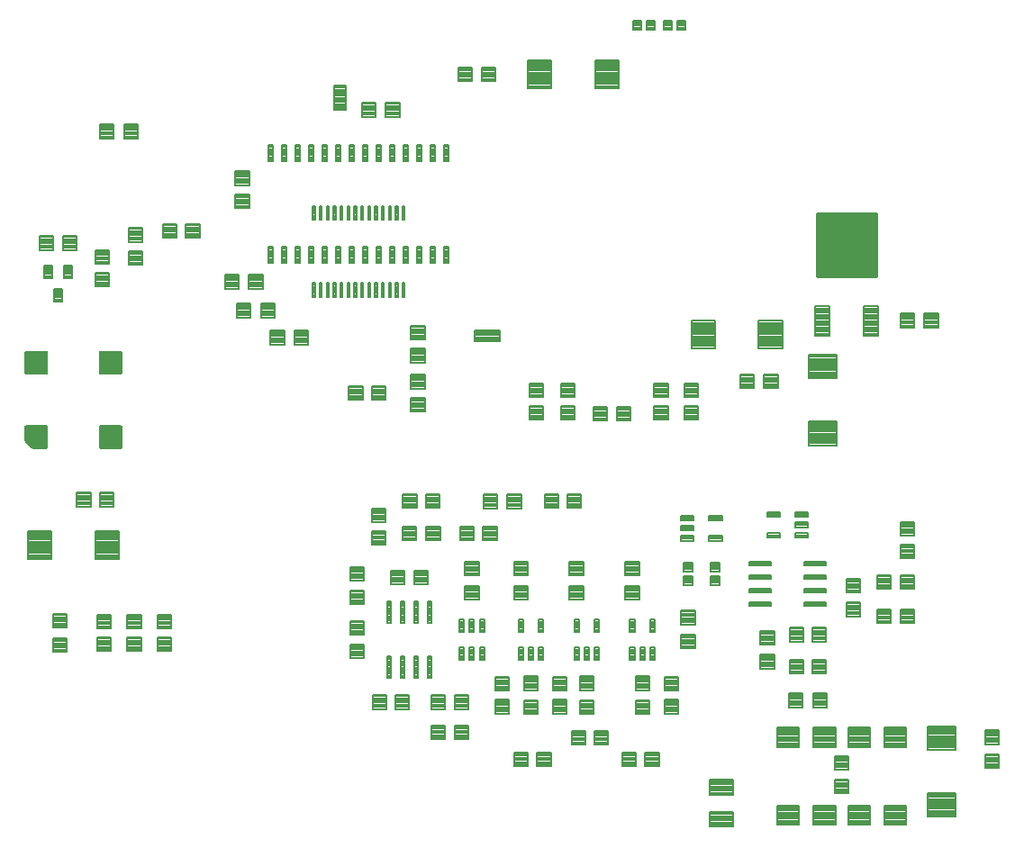
<source format=gbr>
G04 EAGLE Gerber RS-274X export*
G75*
%MOMM*%
%FSLAX34Y34*%
%LPD*%
%INSolderpaste Top*%
%IPPOS*%
%AMOC8*
5,1,8,0,0,1.08239X$1,22.5*%
G01*
%ADD10C,0.201500*%
%ADD11C,0.209803*%
%ADD12C,0.203200*%
%ADD13C,0.232000*%
%ADD14C,0.208000*%
%ADD15C,0.192000*%
%ADD16C,0.200000*%
%ADD17C,0.204000*%

G36*
X60351Y468380D02*
X60351Y468380D01*
X60377Y468378D01*
X60524Y468400D01*
X60671Y468417D01*
X60696Y468425D01*
X60722Y468429D01*
X60860Y468484D01*
X60999Y468534D01*
X61021Y468548D01*
X61046Y468558D01*
X61167Y468643D01*
X61292Y468723D01*
X61310Y468742D01*
X61332Y468757D01*
X61431Y468867D01*
X61534Y468974D01*
X61548Y468996D01*
X61565Y469016D01*
X61637Y469146D01*
X61713Y469273D01*
X61721Y469298D01*
X61734Y469321D01*
X61774Y469464D01*
X61819Y469605D01*
X61821Y469631D01*
X61829Y469656D01*
X61848Y469900D01*
X61848Y488950D01*
X61845Y488976D01*
X61847Y489002D01*
X61825Y489149D01*
X61808Y489296D01*
X61800Y489321D01*
X61796Y489347D01*
X61741Y489485D01*
X61691Y489624D01*
X61677Y489646D01*
X61667Y489671D01*
X61582Y489792D01*
X61502Y489917D01*
X61483Y489935D01*
X61468Y489957D01*
X61358Y490056D01*
X61251Y490159D01*
X61229Y490173D01*
X61209Y490190D01*
X61079Y490262D01*
X60952Y490338D01*
X60927Y490346D01*
X60904Y490359D01*
X60761Y490399D01*
X60620Y490444D01*
X60594Y490446D01*
X60569Y490454D01*
X60325Y490473D01*
X41275Y490473D01*
X41249Y490470D01*
X41223Y490472D01*
X41076Y490450D01*
X40929Y490433D01*
X40904Y490425D01*
X40878Y490421D01*
X40740Y490366D01*
X40601Y490316D01*
X40579Y490302D01*
X40554Y490292D01*
X40433Y490207D01*
X40308Y490127D01*
X40290Y490108D01*
X40268Y490093D01*
X40169Y489983D01*
X40066Y489876D01*
X40052Y489854D01*
X40035Y489834D01*
X39963Y489704D01*
X39887Y489577D01*
X39879Y489552D01*
X39866Y489529D01*
X39826Y489386D01*
X39781Y489245D01*
X39779Y489219D01*
X39771Y489194D01*
X39752Y488950D01*
X39752Y469900D01*
X39755Y469874D01*
X39753Y469848D01*
X39775Y469701D01*
X39792Y469554D01*
X39800Y469529D01*
X39804Y469503D01*
X39859Y469365D01*
X39909Y469226D01*
X39923Y469204D01*
X39933Y469179D01*
X40018Y469058D01*
X40098Y468933D01*
X40117Y468915D01*
X40132Y468893D01*
X40242Y468794D01*
X40349Y468691D01*
X40371Y468677D01*
X40391Y468660D01*
X40521Y468588D01*
X40648Y468512D01*
X40673Y468504D01*
X40696Y468491D01*
X40839Y468451D01*
X40980Y468406D01*
X41006Y468404D01*
X41031Y468396D01*
X41275Y468377D01*
X60325Y468377D01*
X60351Y468380D01*
G37*
G36*
X130201Y468380D02*
X130201Y468380D01*
X130227Y468378D01*
X130374Y468400D01*
X130521Y468417D01*
X130546Y468425D01*
X130572Y468429D01*
X130710Y468484D01*
X130849Y468534D01*
X130871Y468548D01*
X130896Y468558D01*
X131017Y468643D01*
X131142Y468723D01*
X131160Y468742D01*
X131182Y468757D01*
X131281Y468867D01*
X131384Y468974D01*
X131398Y468996D01*
X131415Y469016D01*
X131487Y469146D01*
X131563Y469273D01*
X131571Y469298D01*
X131584Y469321D01*
X131624Y469464D01*
X131669Y469605D01*
X131671Y469631D01*
X131679Y469656D01*
X131698Y469900D01*
X131698Y488950D01*
X131695Y488976D01*
X131697Y489002D01*
X131675Y489149D01*
X131658Y489296D01*
X131650Y489321D01*
X131646Y489347D01*
X131591Y489485D01*
X131541Y489624D01*
X131527Y489646D01*
X131517Y489671D01*
X131432Y489792D01*
X131352Y489917D01*
X131333Y489935D01*
X131318Y489957D01*
X131208Y490056D01*
X131101Y490159D01*
X131079Y490173D01*
X131059Y490190D01*
X130929Y490262D01*
X130802Y490338D01*
X130777Y490346D01*
X130754Y490359D01*
X130611Y490399D01*
X130470Y490444D01*
X130444Y490446D01*
X130419Y490454D01*
X130175Y490473D01*
X111125Y490473D01*
X111099Y490470D01*
X111073Y490472D01*
X110926Y490450D01*
X110779Y490433D01*
X110754Y490425D01*
X110728Y490421D01*
X110590Y490366D01*
X110451Y490316D01*
X110429Y490302D01*
X110404Y490292D01*
X110283Y490207D01*
X110158Y490127D01*
X110140Y490108D01*
X110118Y490093D01*
X110019Y489983D01*
X109916Y489876D01*
X109902Y489854D01*
X109885Y489834D01*
X109813Y489704D01*
X109737Y489577D01*
X109729Y489552D01*
X109716Y489529D01*
X109676Y489386D01*
X109631Y489245D01*
X109629Y489219D01*
X109621Y489194D01*
X109602Y488950D01*
X109602Y469900D01*
X109605Y469874D01*
X109603Y469848D01*
X109625Y469701D01*
X109642Y469554D01*
X109650Y469529D01*
X109654Y469503D01*
X109709Y469365D01*
X109759Y469226D01*
X109773Y469204D01*
X109783Y469179D01*
X109868Y469058D01*
X109948Y468933D01*
X109967Y468915D01*
X109982Y468893D01*
X110092Y468794D01*
X110199Y468691D01*
X110221Y468677D01*
X110241Y468660D01*
X110371Y468588D01*
X110498Y468512D01*
X110523Y468504D01*
X110546Y468491D01*
X110689Y468451D01*
X110830Y468406D01*
X110856Y468404D01*
X110881Y468396D01*
X111125Y468377D01*
X130175Y468377D01*
X130201Y468380D01*
G37*
G36*
X130201Y398530D02*
X130201Y398530D01*
X130227Y398528D01*
X130374Y398550D01*
X130521Y398567D01*
X130546Y398575D01*
X130572Y398579D01*
X130710Y398634D01*
X130849Y398684D01*
X130871Y398698D01*
X130896Y398708D01*
X131017Y398793D01*
X131142Y398873D01*
X131160Y398892D01*
X131182Y398907D01*
X131281Y399017D01*
X131384Y399124D01*
X131398Y399146D01*
X131415Y399166D01*
X131487Y399296D01*
X131563Y399423D01*
X131571Y399448D01*
X131584Y399471D01*
X131624Y399614D01*
X131669Y399755D01*
X131671Y399781D01*
X131679Y399806D01*
X131698Y400050D01*
X131698Y419100D01*
X131695Y419126D01*
X131697Y419152D01*
X131675Y419299D01*
X131658Y419446D01*
X131650Y419471D01*
X131646Y419497D01*
X131591Y419635D01*
X131541Y419774D01*
X131527Y419796D01*
X131517Y419821D01*
X131432Y419942D01*
X131352Y420067D01*
X131333Y420085D01*
X131318Y420107D01*
X131208Y420206D01*
X131101Y420309D01*
X131079Y420323D01*
X131059Y420340D01*
X130929Y420412D01*
X130802Y420488D01*
X130777Y420496D01*
X130754Y420509D01*
X130611Y420549D01*
X130470Y420594D01*
X130444Y420596D01*
X130419Y420604D01*
X130175Y420623D01*
X111125Y420623D01*
X111099Y420620D01*
X111073Y420622D01*
X110926Y420600D01*
X110779Y420583D01*
X110754Y420575D01*
X110728Y420571D01*
X110590Y420516D01*
X110451Y420466D01*
X110429Y420452D01*
X110404Y420442D01*
X110283Y420357D01*
X110158Y420277D01*
X110140Y420258D01*
X110118Y420243D01*
X110019Y420133D01*
X109916Y420026D01*
X109902Y420004D01*
X109885Y419984D01*
X109813Y419854D01*
X109737Y419727D01*
X109729Y419702D01*
X109716Y419679D01*
X109676Y419536D01*
X109631Y419395D01*
X109629Y419369D01*
X109621Y419344D01*
X109602Y419100D01*
X109602Y400050D01*
X109605Y400024D01*
X109603Y399998D01*
X109625Y399851D01*
X109642Y399704D01*
X109650Y399679D01*
X109654Y399653D01*
X109709Y399515D01*
X109759Y399376D01*
X109773Y399354D01*
X109783Y399329D01*
X109868Y399208D01*
X109948Y399083D01*
X109967Y399065D01*
X109982Y399043D01*
X110092Y398944D01*
X110199Y398841D01*
X110221Y398827D01*
X110241Y398810D01*
X110371Y398738D01*
X110498Y398662D01*
X110523Y398654D01*
X110546Y398641D01*
X110689Y398601D01*
X110830Y398556D01*
X110856Y398554D01*
X110881Y398546D01*
X111125Y398527D01*
X130175Y398527D01*
X130201Y398530D01*
G37*
G36*
X60351Y398530D02*
X60351Y398530D01*
X60377Y398528D01*
X60524Y398550D01*
X60671Y398567D01*
X60696Y398575D01*
X60722Y398579D01*
X60860Y398634D01*
X60999Y398684D01*
X61021Y398698D01*
X61046Y398708D01*
X61167Y398793D01*
X61292Y398873D01*
X61310Y398892D01*
X61332Y398907D01*
X61431Y399017D01*
X61534Y399124D01*
X61548Y399146D01*
X61565Y399166D01*
X61637Y399296D01*
X61713Y399423D01*
X61721Y399448D01*
X61734Y399471D01*
X61774Y399614D01*
X61819Y399755D01*
X61821Y399781D01*
X61829Y399806D01*
X61848Y400050D01*
X61848Y419100D01*
X61845Y419126D01*
X61847Y419152D01*
X61825Y419299D01*
X61808Y419446D01*
X61800Y419471D01*
X61796Y419497D01*
X61741Y419635D01*
X61691Y419774D01*
X61677Y419796D01*
X61667Y419821D01*
X61582Y419942D01*
X61502Y420067D01*
X61483Y420085D01*
X61468Y420107D01*
X61358Y420206D01*
X61251Y420309D01*
X61229Y420323D01*
X61209Y420340D01*
X61079Y420412D01*
X60952Y420488D01*
X60927Y420496D01*
X60904Y420509D01*
X60761Y420549D01*
X60620Y420594D01*
X60594Y420596D01*
X60569Y420604D01*
X60325Y420623D01*
X41275Y420623D01*
X41249Y420620D01*
X41223Y420622D01*
X41076Y420600D01*
X40929Y420583D01*
X40904Y420575D01*
X40878Y420571D01*
X40740Y420516D01*
X40601Y420466D01*
X40579Y420452D01*
X40554Y420442D01*
X40433Y420357D01*
X40308Y420277D01*
X40290Y420258D01*
X40268Y420243D01*
X40169Y420133D01*
X40066Y420026D01*
X40052Y420004D01*
X40035Y419984D01*
X39963Y419854D01*
X39887Y419727D01*
X39879Y419702D01*
X39866Y419679D01*
X39826Y419536D01*
X39781Y419395D01*
X39779Y419369D01*
X39771Y419344D01*
X39752Y419100D01*
X39752Y406400D01*
X39766Y406274D01*
X39773Y406148D01*
X39786Y406102D01*
X39792Y406054D01*
X39834Y405935D01*
X39869Y405813D01*
X39893Y405771D01*
X39909Y405726D01*
X39978Y405619D01*
X40039Y405509D01*
X40079Y405463D01*
X40098Y405433D01*
X40133Y405399D01*
X40198Y405323D01*
X46548Y398973D01*
X46647Y398894D01*
X46741Y398810D01*
X46783Y398786D01*
X46821Y398756D01*
X46935Y398702D01*
X47046Y398641D01*
X47092Y398628D01*
X47136Y398607D01*
X47259Y398581D01*
X47381Y398546D01*
X47442Y398542D01*
X47477Y398534D01*
X47525Y398535D01*
X47625Y398527D01*
X60325Y398527D01*
X60351Y398530D01*
G37*
D10*
X273706Y573357D02*
X269220Y573357D01*
X269220Y588343D01*
X273706Y588343D01*
X273706Y573357D01*
X273706Y575271D02*
X269220Y575271D01*
X269220Y577185D02*
X273706Y577185D01*
X273706Y579099D02*
X269220Y579099D01*
X269220Y581013D02*
X273706Y581013D01*
X273706Y582927D02*
X269220Y582927D01*
X269220Y584841D02*
X273706Y584841D01*
X273706Y586755D02*
X269220Y586755D01*
X281920Y573357D02*
X286406Y573357D01*
X281920Y573357D02*
X281920Y588343D01*
X286406Y588343D01*
X286406Y573357D01*
X286406Y575271D02*
X281920Y575271D01*
X281920Y577185D02*
X286406Y577185D01*
X286406Y579099D02*
X281920Y579099D01*
X281920Y581013D02*
X286406Y581013D01*
X286406Y582927D02*
X281920Y582927D01*
X281920Y584841D02*
X286406Y584841D01*
X286406Y586755D02*
X281920Y586755D01*
X294620Y573357D02*
X299106Y573357D01*
X294620Y573357D02*
X294620Y588343D01*
X299106Y588343D01*
X299106Y573357D01*
X299106Y575271D02*
X294620Y575271D01*
X294620Y577185D02*
X299106Y577185D01*
X299106Y579099D02*
X294620Y579099D01*
X294620Y581013D02*
X299106Y581013D01*
X299106Y582927D02*
X294620Y582927D01*
X294620Y584841D02*
X299106Y584841D01*
X299106Y586755D02*
X294620Y586755D01*
X307320Y573357D02*
X311806Y573357D01*
X307320Y573357D02*
X307320Y588343D01*
X311806Y588343D01*
X311806Y573357D01*
X311806Y575271D02*
X307320Y575271D01*
X307320Y577185D02*
X311806Y577185D01*
X311806Y579099D02*
X307320Y579099D01*
X307320Y581013D02*
X311806Y581013D01*
X311806Y582927D02*
X307320Y582927D01*
X307320Y584841D02*
X311806Y584841D01*
X311806Y586755D02*
X307320Y586755D01*
X320020Y573357D02*
X324506Y573357D01*
X320020Y573357D02*
X320020Y588343D01*
X324506Y588343D01*
X324506Y573357D01*
X324506Y575271D02*
X320020Y575271D01*
X320020Y577185D02*
X324506Y577185D01*
X324506Y579099D02*
X320020Y579099D01*
X320020Y581013D02*
X324506Y581013D01*
X324506Y582927D02*
X320020Y582927D01*
X320020Y584841D02*
X324506Y584841D01*
X324506Y586755D02*
X320020Y586755D01*
X332720Y573357D02*
X337206Y573357D01*
X332720Y573357D02*
X332720Y588343D01*
X337206Y588343D01*
X337206Y573357D01*
X337206Y575271D02*
X332720Y575271D01*
X332720Y577185D02*
X337206Y577185D01*
X337206Y579099D02*
X332720Y579099D01*
X332720Y581013D02*
X337206Y581013D01*
X337206Y582927D02*
X332720Y582927D01*
X332720Y584841D02*
X337206Y584841D01*
X337206Y586755D02*
X332720Y586755D01*
X345420Y573357D02*
X349906Y573357D01*
X345420Y573357D02*
X345420Y588343D01*
X349906Y588343D01*
X349906Y573357D01*
X349906Y575271D02*
X345420Y575271D01*
X345420Y577185D02*
X349906Y577185D01*
X349906Y579099D02*
X345420Y579099D01*
X345420Y581013D02*
X349906Y581013D01*
X349906Y582927D02*
X345420Y582927D01*
X345420Y584841D02*
X349906Y584841D01*
X349906Y586755D02*
X345420Y586755D01*
X358120Y573357D02*
X362606Y573357D01*
X358120Y573357D02*
X358120Y588343D01*
X362606Y588343D01*
X362606Y573357D01*
X362606Y575271D02*
X358120Y575271D01*
X358120Y577185D02*
X362606Y577185D01*
X362606Y579099D02*
X358120Y579099D01*
X358120Y581013D02*
X362606Y581013D01*
X362606Y582927D02*
X358120Y582927D01*
X358120Y584841D02*
X362606Y584841D01*
X362606Y586755D02*
X358120Y586755D01*
X370820Y573357D02*
X375306Y573357D01*
X370820Y573357D02*
X370820Y588343D01*
X375306Y588343D01*
X375306Y573357D01*
X375306Y575271D02*
X370820Y575271D01*
X370820Y577185D02*
X375306Y577185D01*
X375306Y579099D02*
X370820Y579099D01*
X370820Y581013D02*
X375306Y581013D01*
X375306Y582927D02*
X370820Y582927D01*
X370820Y584841D02*
X375306Y584841D01*
X375306Y586755D02*
X370820Y586755D01*
X383520Y573357D02*
X388006Y573357D01*
X383520Y573357D02*
X383520Y588343D01*
X388006Y588343D01*
X388006Y573357D01*
X388006Y575271D02*
X383520Y575271D01*
X383520Y577185D02*
X388006Y577185D01*
X388006Y579099D02*
X383520Y579099D01*
X383520Y581013D02*
X388006Y581013D01*
X388006Y582927D02*
X383520Y582927D01*
X383520Y584841D02*
X388006Y584841D01*
X388006Y586755D02*
X383520Y586755D01*
X375306Y668957D02*
X370820Y668957D01*
X370820Y683943D01*
X375306Y683943D01*
X375306Y668957D01*
X375306Y670871D02*
X370820Y670871D01*
X370820Y672785D02*
X375306Y672785D01*
X375306Y674699D02*
X370820Y674699D01*
X370820Y676613D02*
X375306Y676613D01*
X375306Y678527D02*
X370820Y678527D01*
X370820Y680441D02*
X375306Y680441D01*
X375306Y682355D02*
X370820Y682355D01*
X383520Y668957D02*
X388006Y668957D01*
X383520Y668957D02*
X383520Y683943D01*
X388006Y683943D01*
X388006Y668957D01*
X388006Y670871D02*
X383520Y670871D01*
X383520Y672785D02*
X388006Y672785D01*
X388006Y674699D02*
X383520Y674699D01*
X383520Y676613D02*
X388006Y676613D01*
X388006Y678527D02*
X383520Y678527D01*
X383520Y680441D02*
X388006Y680441D01*
X388006Y682355D02*
X383520Y682355D01*
X396220Y668957D02*
X400706Y668957D01*
X396220Y668957D02*
X396220Y683943D01*
X400706Y683943D01*
X400706Y668957D01*
X400706Y670871D02*
X396220Y670871D01*
X396220Y672785D02*
X400706Y672785D01*
X400706Y674699D02*
X396220Y674699D01*
X396220Y676613D02*
X400706Y676613D01*
X400706Y678527D02*
X396220Y678527D01*
X396220Y680441D02*
X400706Y680441D01*
X400706Y682355D02*
X396220Y682355D01*
X408920Y668957D02*
X413406Y668957D01*
X408920Y668957D02*
X408920Y683943D01*
X413406Y683943D01*
X413406Y668957D01*
X413406Y670871D02*
X408920Y670871D01*
X408920Y672785D02*
X413406Y672785D01*
X413406Y674699D02*
X408920Y674699D01*
X408920Y676613D02*
X413406Y676613D01*
X413406Y678527D02*
X408920Y678527D01*
X408920Y680441D02*
X413406Y680441D01*
X413406Y682355D02*
X408920Y682355D01*
X421620Y668957D02*
X426106Y668957D01*
X421620Y668957D02*
X421620Y683943D01*
X426106Y683943D01*
X426106Y668957D01*
X426106Y670871D02*
X421620Y670871D01*
X421620Y672785D02*
X426106Y672785D01*
X426106Y674699D02*
X421620Y674699D01*
X421620Y676613D02*
X426106Y676613D01*
X426106Y678527D02*
X421620Y678527D01*
X421620Y680441D02*
X426106Y680441D01*
X426106Y682355D02*
X421620Y682355D01*
X434320Y668957D02*
X438806Y668957D01*
X434320Y668957D02*
X434320Y683943D01*
X438806Y683943D01*
X438806Y668957D01*
X438806Y670871D02*
X434320Y670871D01*
X434320Y672785D02*
X438806Y672785D01*
X438806Y674699D02*
X434320Y674699D01*
X434320Y676613D02*
X438806Y676613D01*
X438806Y678527D02*
X434320Y678527D01*
X434320Y680441D02*
X438806Y680441D01*
X438806Y682355D02*
X434320Y682355D01*
X434320Y573357D02*
X438806Y573357D01*
X434320Y573357D02*
X434320Y588343D01*
X438806Y588343D01*
X438806Y573357D01*
X438806Y575271D02*
X434320Y575271D01*
X434320Y577185D02*
X438806Y577185D01*
X438806Y579099D02*
X434320Y579099D01*
X434320Y581013D02*
X438806Y581013D01*
X438806Y582927D02*
X434320Y582927D01*
X434320Y584841D02*
X438806Y584841D01*
X438806Y586755D02*
X434320Y586755D01*
X426106Y573357D02*
X421620Y573357D01*
X421620Y588343D01*
X426106Y588343D01*
X426106Y573357D01*
X426106Y575271D02*
X421620Y575271D01*
X421620Y577185D02*
X426106Y577185D01*
X426106Y579099D02*
X421620Y579099D01*
X421620Y581013D02*
X426106Y581013D01*
X426106Y582927D02*
X421620Y582927D01*
X421620Y584841D02*
X426106Y584841D01*
X426106Y586755D02*
X421620Y586755D01*
X413406Y573357D02*
X408920Y573357D01*
X408920Y588343D01*
X413406Y588343D01*
X413406Y573357D01*
X413406Y575271D02*
X408920Y575271D01*
X408920Y577185D02*
X413406Y577185D01*
X413406Y579099D02*
X408920Y579099D01*
X408920Y581013D02*
X413406Y581013D01*
X413406Y582927D02*
X408920Y582927D01*
X408920Y584841D02*
X413406Y584841D01*
X413406Y586755D02*
X408920Y586755D01*
X400706Y573357D02*
X396220Y573357D01*
X396220Y588343D01*
X400706Y588343D01*
X400706Y573357D01*
X400706Y575271D02*
X396220Y575271D01*
X396220Y577185D02*
X400706Y577185D01*
X400706Y579099D02*
X396220Y579099D01*
X396220Y581013D02*
X400706Y581013D01*
X400706Y582927D02*
X396220Y582927D01*
X396220Y584841D02*
X400706Y584841D01*
X400706Y586755D02*
X396220Y586755D01*
X362606Y668957D02*
X358120Y668957D01*
X358120Y683943D01*
X362606Y683943D01*
X362606Y668957D01*
X362606Y670871D02*
X358120Y670871D01*
X358120Y672785D02*
X362606Y672785D01*
X362606Y674699D02*
X358120Y674699D01*
X358120Y676613D02*
X362606Y676613D01*
X362606Y678527D02*
X358120Y678527D01*
X358120Y680441D02*
X362606Y680441D01*
X362606Y682355D02*
X358120Y682355D01*
X349906Y668957D02*
X345420Y668957D01*
X345420Y683943D01*
X349906Y683943D01*
X349906Y668957D01*
X349906Y670871D02*
X345420Y670871D01*
X345420Y672785D02*
X349906Y672785D01*
X349906Y674699D02*
X345420Y674699D01*
X345420Y676613D02*
X349906Y676613D01*
X349906Y678527D02*
X345420Y678527D01*
X345420Y680441D02*
X349906Y680441D01*
X349906Y682355D02*
X345420Y682355D01*
X337206Y668957D02*
X332720Y668957D01*
X332720Y683943D01*
X337206Y683943D01*
X337206Y668957D01*
X337206Y670871D02*
X332720Y670871D01*
X332720Y672785D02*
X337206Y672785D01*
X337206Y674699D02*
X332720Y674699D01*
X332720Y676613D02*
X337206Y676613D01*
X337206Y678527D02*
X332720Y678527D01*
X332720Y680441D02*
X337206Y680441D01*
X337206Y682355D02*
X332720Y682355D01*
X324506Y668957D02*
X320020Y668957D01*
X320020Y683943D01*
X324506Y683943D01*
X324506Y668957D01*
X324506Y670871D02*
X320020Y670871D01*
X320020Y672785D02*
X324506Y672785D01*
X324506Y674699D02*
X320020Y674699D01*
X320020Y676613D02*
X324506Y676613D01*
X324506Y678527D02*
X320020Y678527D01*
X320020Y680441D02*
X324506Y680441D01*
X324506Y682355D02*
X320020Y682355D01*
X311806Y668957D02*
X307320Y668957D01*
X307320Y683943D01*
X311806Y683943D01*
X311806Y668957D01*
X311806Y670871D02*
X307320Y670871D01*
X307320Y672785D02*
X311806Y672785D01*
X311806Y674699D02*
X307320Y674699D01*
X307320Y676613D02*
X311806Y676613D01*
X311806Y678527D02*
X307320Y678527D01*
X307320Y680441D02*
X311806Y680441D01*
X311806Y682355D02*
X307320Y682355D01*
X299106Y668957D02*
X294620Y668957D01*
X294620Y683943D01*
X299106Y683943D01*
X299106Y668957D01*
X299106Y670871D02*
X294620Y670871D01*
X294620Y672785D02*
X299106Y672785D01*
X299106Y674699D02*
X294620Y674699D01*
X294620Y676613D02*
X299106Y676613D01*
X299106Y678527D02*
X294620Y678527D01*
X294620Y680441D02*
X299106Y680441D01*
X299106Y682355D02*
X294620Y682355D01*
X286406Y668957D02*
X281920Y668957D01*
X281920Y683943D01*
X286406Y683943D01*
X286406Y668957D01*
X286406Y670871D02*
X281920Y670871D01*
X281920Y672785D02*
X286406Y672785D01*
X286406Y674699D02*
X281920Y674699D01*
X281920Y676613D02*
X286406Y676613D01*
X286406Y678527D02*
X281920Y678527D01*
X281920Y680441D02*
X286406Y680441D01*
X286406Y682355D02*
X281920Y682355D01*
X273706Y668957D02*
X269220Y668957D01*
X269220Y683943D01*
X273706Y683943D01*
X273706Y668957D01*
X273706Y670871D02*
X269220Y670871D01*
X269220Y672785D02*
X273706Y672785D01*
X273706Y674699D02*
X269220Y674699D01*
X269220Y676613D02*
X273706Y676613D01*
X273706Y678527D02*
X269220Y678527D01*
X269220Y680441D02*
X273706Y680441D01*
X273706Y682355D02*
X269220Y682355D01*
D11*
X660294Y460127D02*
X660294Y447239D01*
X660294Y460127D02*
X673206Y460127D01*
X673206Y447239D01*
X660294Y447239D01*
X660294Y449232D02*
X673206Y449232D01*
X673206Y451225D02*
X660294Y451225D01*
X660294Y453218D02*
X673206Y453218D01*
X673206Y455211D02*
X660294Y455211D01*
X660294Y457204D02*
X673206Y457204D01*
X673206Y459197D02*
X660294Y459197D01*
X660294Y438587D02*
X660294Y425699D01*
X660294Y438587D02*
X673206Y438587D01*
X673206Y425699D01*
X660294Y425699D01*
X660294Y427692D02*
X673206Y427692D01*
X673206Y429685D02*
X660294Y429685D01*
X660294Y431678D02*
X673206Y431678D01*
X673206Y433671D02*
X660294Y433671D01*
X660294Y435664D02*
X673206Y435664D01*
X673206Y437657D02*
X660294Y437657D01*
X274889Y535209D02*
X262001Y535209D01*
X274889Y535209D02*
X274889Y522067D01*
X262001Y522067D01*
X262001Y535209D01*
X262001Y524060D02*
X274889Y524060D01*
X274889Y526053D02*
X262001Y526053D01*
X262001Y528046D02*
X274889Y528046D01*
X274889Y530039D02*
X262001Y530039D01*
X262001Y532032D02*
X274889Y532032D01*
X274889Y534025D02*
X262001Y534025D01*
X252349Y535209D02*
X239461Y535209D01*
X252349Y535209D02*
X252349Y522067D01*
X239461Y522067D01*
X239461Y535209D01*
X239461Y524060D02*
X252349Y524060D01*
X252349Y526053D02*
X239461Y526053D01*
X239461Y528046D02*
X252349Y528046D01*
X252349Y530039D02*
X239461Y530039D01*
X239461Y532032D02*
X252349Y532032D01*
X252349Y534025D02*
X239461Y534025D01*
X149331Y221099D02*
X149331Y208211D01*
X136419Y208211D01*
X136419Y221099D01*
X149331Y221099D01*
X149331Y210204D02*
X136419Y210204D01*
X136419Y212197D02*
X149331Y212197D01*
X149331Y214190D02*
X136419Y214190D01*
X136419Y216183D02*
X149331Y216183D01*
X149331Y218176D02*
X136419Y218176D01*
X136419Y220169D02*
X149331Y220169D01*
X149331Y229751D02*
X149331Y242639D01*
X149331Y229751D02*
X136419Y229751D01*
X136419Y242639D01*
X149331Y242639D01*
X149331Y231744D02*
X136419Y231744D01*
X136419Y233737D02*
X149331Y233737D01*
X149331Y235730D02*
X136419Y235730D01*
X136419Y237723D02*
X149331Y237723D01*
X149331Y239716D02*
X136419Y239716D01*
X136419Y241709D02*
X149331Y241709D01*
X120756Y221099D02*
X120756Y208211D01*
X107844Y208211D01*
X107844Y221099D01*
X120756Y221099D01*
X120756Y210204D02*
X107844Y210204D01*
X107844Y212197D02*
X120756Y212197D01*
X120756Y214190D02*
X107844Y214190D01*
X107844Y216183D02*
X120756Y216183D01*
X120756Y218176D02*
X107844Y218176D01*
X107844Y220169D02*
X120756Y220169D01*
X120756Y229751D02*
X120756Y242639D01*
X120756Y229751D02*
X107844Y229751D01*
X107844Y242639D01*
X120756Y242639D01*
X120756Y231744D02*
X107844Y231744D01*
X107844Y233737D02*
X120756Y233737D01*
X120756Y235730D02*
X107844Y235730D01*
X107844Y237723D02*
X120756Y237723D01*
X120756Y239716D02*
X107844Y239716D01*
X107844Y241709D02*
X120756Y241709D01*
X177906Y221099D02*
X177906Y208211D01*
X164994Y208211D01*
X164994Y221099D01*
X177906Y221099D01*
X177906Y210204D02*
X164994Y210204D01*
X164994Y212197D02*
X177906Y212197D01*
X177906Y214190D02*
X164994Y214190D01*
X164994Y216183D02*
X177906Y216183D01*
X177906Y218176D02*
X164994Y218176D01*
X164994Y220169D02*
X177906Y220169D01*
X177906Y229751D02*
X177906Y242639D01*
X177906Y229751D02*
X164994Y229751D01*
X164994Y242639D01*
X177906Y242639D01*
X177906Y231744D02*
X164994Y231744D01*
X164994Y233737D02*
X177906Y233737D01*
X177906Y235730D02*
X164994Y235730D01*
X164994Y237723D02*
X177906Y237723D01*
X177906Y239716D02*
X164994Y239716D01*
X164994Y241709D02*
X177906Y241709D01*
X447924Y744432D02*
X460812Y744432D01*
X447924Y744432D02*
X447924Y757344D01*
X460812Y757344D01*
X460812Y744432D01*
X460812Y746425D02*
X447924Y746425D01*
X447924Y748418D02*
X460812Y748418D01*
X460812Y750411D02*
X447924Y750411D01*
X447924Y752404D02*
X460812Y752404D01*
X460812Y754397D02*
X447924Y754397D01*
X447924Y756390D02*
X460812Y756390D01*
X469464Y744432D02*
X482352Y744432D01*
X469464Y744432D02*
X469464Y757344D01*
X482352Y757344D01*
X482352Y744432D01*
X482352Y746425D02*
X469464Y746425D01*
X469464Y748418D02*
X482352Y748418D01*
X482352Y750411D02*
X469464Y750411D01*
X469464Y752404D02*
X482352Y752404D01*
X482352Y754397D02*
X469464Y754397D01*
X469464Y756390D02*
X482352Y756390D01*
D12*
X341884Y716979D02*
X331216Y716979D01*
X331216Y740347D01*
X341884Y740347D01*
X341884Y716979D01*
X341884Y718909D02*
X331216Y718909D01*
X331216Y720839D02*
X341884Y720839D01*
X341884Y722769D02*
X331216Y722769D01*
X331216Y724699D02*
X341884Y724699D01*
X341884Y726629D02*
X331216Y726629D01*
X331216Y728559D02*
X341884Y728559D01*
X341884Y730489D02*
X331216Y730489D01*
X331216Y732419D02*
X341884Y732419D01*
X341884Y734349D02*
X331216Y734349D01*
X331216Y736279D02*
X341884Y736279D01*
X341884Y738209D02*
X331216Y738209D01*
X331216Y740139D02*
X341884Y740139D01*
X486347Y510159D02*
X486347Y499491D01*
X462979Y499491D01*
X462979Y510159D01*
X486347Y510159D01*
X486347Y501421D02*
X462979Y501421D01*
X462979Y503351D02*
X486347Y503351D01*
X486347Y505281D02*
X462979Y505281D01*
X462979Y507211D02*
X486347Y507211D01*
X486347Y509141D02*
X462979Y509141D01*
D13*
X784960Y560698D02*
X840640Y560698D01*
X784960Y560698D02*
X784960Y620378D01*
X840640Y620378D01*
X840640Y560698D01*
X840640Y562902D02*
X784960Y562902D01*
X784960Y565106D02*
X840640Y565106D01*
X840640Y567310D02*
X784960Y567310D01*
X784960Y569514D02*
X840640Y569514D01*
X840640Y571718D02*
X784960Y571718D01*
X784960Y573922D02*
X840640Y573922D01*
X840640Y576126D02*
X784960Y576126D01*
X784960Y578330D02*
X840640Y578330D01*
X840640Y580534D02*
X784960Y580534D01*
X784960Y582738D02*
X840640Y582738D01*
X840640Y584942D02*
X784960Y584942D01*
X784960Y587146D02*
X840640Y587146D01*
X840640Y589350D02*
X784960Y589350D01*
X784960Y591554D02*
X840640Y591554D01*
X840640Y593758D02*
X784960Y593758D01*
X784960Y595962D02*
X840640Y595962D01*
X840640Y598166D02*
X784960Y598166D01*
X784960Y600370D02*
X840640Y600370D01*
X840640Y602574D02*
X784960Y602574D01*
X784960Y604778D02*
X840640Y604778D01*
X840640Y606982D02*
X784960Y606982D01*
X784960Y609186D02*
X840640Y609186D01*
X840640Y611390D02*
X784960Y611390D01*
X784960Y613594D02*
X840640Y613594D01*
X840640Y615798D02*
X784960Y615798D01*
X784960Y618002D02*
X840640Y618002D01*
X840640Y620206D02*
X784960Y620206D01*
D14*
X783040Y504778D02*
X796960Y504778D01*
X783040Y504778D02*
X783040Y532698D01*
X796960Y532698D01*
X796960Y504778D01*
X796960Y506754D02*
X783040Y506754D01*
X783040Y508730D02*
X796960Y508730D01*
X796960Y510706D02*
X783040Y510706D01*
X783040Y512682D02*
X796960Y512682D01*
X796960Y514658D02*
X783040Y514658D01*
X783040Y516634D02*
X796960Y516634D01*
X796960Y518610D02*
X783040Y518610D01*
X783040Y520586D02*
X796960Y520586D01*
X796960Y522562D02*
X783040Y522562D01*
X783040Y524538D02*
X796960Y524538D01*
X796960Y526514D02*
X783040Y526514D01*
X783040Y528490D02*
X796960Y528490D01*
X796960Y530466D02*
X783040Y530466D01*
X783040Y532442D02*
X796960Y532442D01*
X828640Y504778D02*
X842560Y504778D01*
X828640Y504778D02*
X828640Y532698D01*
X842560Y532698D01*
X842560Y504778D01*
X842560Y506754D02*
X828640Y506754D01*
X828640Y508730D02*
X842560Y508730D01*
X842560Y510706D02*
X828640Y510706D01*
X828640Y512682D02*
X842560Y512682D01*
X842560Y514658D02*
X828640Y514658D01*
X828640Y516634D02*
X842560Y516634D01*
X842560Y518610D02*
X828640Y518610D01*
X828640Y520586D02*
X842560Y520586D01*
X842560Y522562D02*
X828640Y522562D01*
X828640Y524538D02*
X842560Y524538D01*
X842560Y526514D02*
X828640Y526514D01*
X828640Y528490D02*
X842560Y528490D01*
X842560Y530466D02*
X828640Y530466D01*
X828640Y532442D02*
X842560Y532442D01*
D15*
X803615Y424040D02*
X803615Y401960D01*
X777535Y401960D01*
X777535Y424040D01*
X803615Y424040D01*
X803615Y403784D02*
X777535Y403784D01*
X777535Y405608D02*
X803615Y405608D01*
X803615Y407432D02*
X777535Y407432D01*
X777535Y409256D02*
X803615Y409256D01*
X803615Y411080D02*
X777535Y411080D01*
X777535Y412904D02*
X803615Y412904D01*
X803615Y414728D02*
X777535Y414728D01*
X777535Y416552D02*
X803615Y416552D01*
X803615Y418376D02*
X777535Y418376D01*
X777535Y420200D02*
X803615Y420200D01*
X803615Y422024D02*
X777535Y422024D01*
X777535Y423848D02*
X803615Y423848D01*
X777535Y464960D02*
X777535Y487040D01*
X803615Y487040D01*
X803615Y464960D01*
X777535Y464960D01*
X777535Y466784D02*
X803615Y466784D01*
X803615Y468608D02*
X777535Y468608D01*
X777535Y470432D02*
X803615Y470432D01*
X803615Y472256D02*
X777535Y472256D01*
X777535Y474080D02*
X803615Y474080D01*
X803615Y475904D02*
X777535Y475904D01*
X777535Y477728D02*
X803615Y477728D01*
X803615Y479552D02*
X777535Y479552D01*
X777535Y481376D02*
X803615Y481376D01*
X803615Y483200D02*
X777535Y483200D01*
X777535Y485024D02*
X803615Y485024D01*
X803615Y486848D02*
X777535Y486848D01*
X535165Y737848D02*
X513085Y737848D01*
X513085Y763928D01*
X535165Y763928D01*
X535165Y737848D01*
X535165Y739672D02*
X513085Y739672D01*
X513085Y741496D02*
X535165Y741496D01*
X535165Y743320D02*
X513085Y743320D01*
X513085Y745144D02*
X535165Y745144D01*
X535165Y746968D02*
X513085Y746968D01*
X513085Y748792D02*
X535165Y748792D01*
X535165Y750616D02*
X513085Y750616D01*
X513085Y752440D02*
X535165Y752440D01*
X535165Y754264D02*
X513085Y754264D01*
X513085Y756088D02*
X535165Y756088D01*
X535165Y757912D02*
X513085Y757912D01*
X513085Y759736D02*
X535165Y759736D01*
X535165Y761560D02*
X513085Y761560D01*
X513085Y763384D02*
X535165Y763384D01*
X576085Y763928D02*
X598165Y763928D01*
X598165Y737848D01*
X576085Y737848D01*
X576085Y763928D01*
X576085Y739672D02*
X598165Y739672D01*
X598165Y741496D02*
X576085Y741496D01*
X576085Y743320D02*
X598165Y743320D01*
X598165Y745144D02*
X576085Y745144D01*
X576085Y746968D02*
X598165Y746968D01*
X598165Y748792D02*
X576085Y748792D01*
X576085Y750616D02*
X598165Y750616D01*
X598165Y752440D02*
X576085Y752440D01*
X576085Y754264D02*
X598165Y754264D01*
X598165Y756088D02*
X576085Y756088D01*
X576085Y757912D02*
X598165Y757912D01*
X598165Y759736D02*
X576085Y759736D01*
X576085Y761560D02*
X598165Y761560D01*
X598165Y763384D02*
X576085Y763384D01*
X667073Y493373D02*
X689153Y493373D01*
X667073Y493373D02*
X667073Y519453D01*
X689153Y519453D01*
X689153Y493373D01*
X689153Y495197D02*
X667073Y495197D01*
X667073Y497021D02*
X689153Y497021D01*
X689153Y498845D02*
X667073Y498845D01*
X667073Y500669D02*
X689153Y500669D01*
X689153Y502493D02*
X667073Y502493D01*
X667073Y504317D02*
X689153Y504317D01*
X689153Y506141D02*
X667073Y506141D01*
X667073Y507965D02*
X689153Y507965D01*
X689153Y509789D02*
X667073Y509789D01*
X667073Y511613D02*
X689153Y511613D01*
X689153Y513437D02*
X667073Y513437D01*
X667073Y515261D02*
X689153Y515261D01*
X689153Y517085D02*
X667073Y517085D01*
X667073Y518909D02*
X689153Y518909D01*
X730073Y519453D02*
X752153Y519453D01*
X752153Y493373D01*
X730073Y493373D01*
X730073Y519453D01*
X730073Y495197D02*
X752153Y495197D01*
X752153Y497021D02*
X730073Y497021D01*
X730073Y498845D02*
X752153Y498845D01*
X752153Y500669D02*
X730073Y500669D01*
X730073Y502493D02*
X752153Y502493D01*
X752153Y504317D02*
X730073Y504317D01*
X730073Y506141D02*
X752153Y506141D01*
X752153Y507965D02*
X730073Y507965D01*
X730073Y509789D02*
X752153Y509789D01*
X752153Y511613D02*
X730073Y511613D01*
X730073Y513437D02*
X752153Y513437D01*
X752153Y515261D02*
X730073Y515261D01*
X730073Y517085D02*
X752153Y517085D01*
X752153Y518909D02*
X730073Y518909D01*
D11*
X885889Y525684D02*
X898777Y525684D01*
X898777Y512542D01*
X885889Y512542D01*
X885889Y525684D01*
X885889Y514535D02*
X898777Y514535D01*
X898777Y516528D02*
X885889Y516528D01*
X885889Y518521D02*
X898777Y518521D01*
X898777Y520514D02*
X885889Y520514D01*
X885889Y522507D02*
X898777Y522507D01*
X898777Y524500D02*
X885889Y524500D01*
X876237Y525684D02*
X863349Y525684D01*
X876237Y525684D02*
X876237Y512542D01*
X863349Y512542D01*
X863349Y525684D01*
X863349Y514535D02*
X876237Y514535D01*
X876237Y516528D02*
X863349Y516528D01*
X863349Y518521D02*
X876237Y518521D01*
X876237Y520514D02*
X863349Y520514D01*
X863349Y522507D02*
X876237Y522507D01*
X876237Y524500D02*
X863349Y524500D01*
X392364Y724121D02*
X379476Y724121D01*
X392364Y724121D02*
X392364Y710979D01*
X379476Y710979D01*
X379476Y724121D01*
X379476Y712972D02*
X392364Y712972D01*
X392364Y714965D02*
X379476Y714965D01*
X379476Y716958D02*
X392364Y716958D01*
X392364Y718951D02*
X379476Y718951D01*
X379476Y720944D02*
X392364Y720944D01*
X392364Y722937D02*
X379476Y722937D01*
X369824Y724121D02*
X356936Y724121D01*
X369824Y724121D02*
X369824Y710979D01*
X356936Y710979D01*
X356936Y724121D01*
X356936Y712972D02*
X369824Y712972D01*
X369824Y714965D02*
X356936Y714965D01*
X356936Y716958D02*
X369824Y716958D01*
X369824Y718951D02*
X356936Y718951D01*
X356936Y720944D02*
X369824Y720944D01*
X369824Y722937D02*
X356936Y722937D01*
X123762Y690342D02*
X110874Y690342D01*
X110874Y703484D01*
X123762Y703484D01*
X123762Y690342D01*
X123762Y692335D02*
X110874Y692335D01*
X110874Y694328D02*
X123762Y694328D01*
X123762Y696321D02*
X110874Y696321D01*
X110874Y698314D02*
X123762Y698314D01*
X123762Y700307D02*
X110874Y700307D01*
X110874Y702300D02*
X123762Y702300D01*
X133414Y690342D02*
X146302Y690342D01*
X133414Y690342D02*
X133414Y703484D01*
X146302Y703484D01*
X146302Y690342D01*
X146302Y692335D02*
X133414Y692335D01*
X133414Y694328D02*
X146302Y694328D01*
X146302Y696321D02*
X133414Y696321D01*
X133414Y698314D02*
X146302Y698314D01*
X146302Y700307D02*
X133414Y700307D01*
X133414Y702300D02*
X146302Y702300D01*
X735076Y468534D02*
X747964Y468534D01*
X747964Y455392D01*
X735076Y455392D01*
X735076Y468534D01*
X735076Y457385D02*
X747964Y457385D01*
X747964Y459378D02*
X735076Y459378D01*
X735076Y461371D02*
X747964Y461371D01*
X747964Y463364D02*
X735076Y463364D01*
X735076Y465357D02*
X747964Y465357D01*
X747964Y467350D02*
X735076Y467350D01*
X725424Y468534D02*
X712536Y468534D01*
X725424Y468534D02*
X725424Y455392D01*
X712536Y455392D01*
X712536Y468534D01*
X712536Y457385D02*
X725424Y457385D01*
X725424Y459378D02*
X712536Y459378D01*
X712536Y461371D02*
X725424Y461371D01*
X725424Y463364D02*
X712536Y463364D01*
X712536Y465357D02*
X725424Y465357D01*
X725424Y467350D02*
X712536Y467350D01*
X204539Y609706D02*
X191651Y609706D01*
X204539Y609706D02*
X204539Y596794D01*
X191651Y596794D01*
X191651Y609706D01*
X191651Y598787D02*
X204539Y598787D01*
X204539Y600780D02*
X191651Y600780D01*
X191651Y602773D02*
X204539Y602773D01*
X204539Y604766D02*
X191651Y604766D01*
X191651Y606759D02*
X204539Y606759D01*
X204539Y608752D02*
X191651Y608752D01*
X182999Y609706D02*
X170111Y609706D01*
X182999Y609706D02*
X182999Y596794D01*
X170111Y596794D01*
X170111Y609706D01*
X170111Y598787D02*
X182999Y598787D01*
X182999Y600780D02*
X170111Y600780D01*
X170111Y602773D02*
X182999Y602773D01*
X182999Y604766D02*
X170111Y604766D01*
X170111Y606759D02*
X182999Y606759D01*
X182999Y608752D02*
X170111Y608752D01*
D12*
X653161Y800989D02*
X661289Y800989D01*
X661289Y792861D01*
X653161Y792861D01*
X653161Y800989D01*
X653161Y794791D02*
X661289Y794791D01*
X661289Y796721D02*
X653161Y796721D01*
X653161Y798651D02*
X661289Y798651D01*
X661289Y800581D02*
X653161Y800581D01*
X648589Y800989D02*
X640461Y800989D01*
X648589Y800989D02*
X648589Y792861D01*
X640461Y792861D01*
X640461Y800989D01*
X640461Y794791D02*
X648589Y794791D01*
X648589Y796721D02*
X640461Y796721D01*
X640461Y798651D02*
X648589Y798651D01*
X648589Y800581D02*
X640461Y800581D01*
X620014Y792861D02*
X611886Y792861D01*
X611886Y800989D01*
X620014Y800989D01*
X620014Y792861D01*
X620014Y794791D02*
X611886Y794791D01*
X611886Y796721D02*
X620014Y796721D01*
X620014Y798651D02*
X611886Y798651D01*
X611886Y800581D02*
X620014Y800581D01*
X624586Y792861D02*
X632714Y792861D01*
X624586Y792861D02*
X624586Y800989D01*
X632714Y800989D01*
X632714Y792861D01*
X632714Y794791D02*
X624586Y794791D01*
X624586Y796721D02*
X632714Y796721D01*
X632714Y798651D02*
X624586Y798651D01*
X624586Y800581D02*
X632714Y800581D01*
D11*
X150919Y584637D02*
X150919Y571749D01*
X138007Y571749D01*
X138007Y584637D01*
X150919Y584637D01*
X150919Y573742D02*
X138007Y573742D01*
X138007Y575735D02*
X150919Y575735D01*
X150919Y577728D02*
X138007Y577728D01*
X138007Y579721D02*
X150919Y579721D01*
X150919Y581714D02*
X138007Y581714D01*
X138007Y583707D02*
X150919Y583707D01*
X150919Y593289D02*
X150919Y606177D01*
X150919Y593289D02*
X138007Y593289D01*
X138007Y606177D01*
X150919Y606177D01*
X150919Y595282D02*
X138007Y595282D01*
X138007Y597275D02*
X150919Y597275D01*
X150919Y599268D02*
X138007Y599268D01*
X138007Y601261D02*
X150919Y601261D01*
X150919Y603254D02*
X138007Y603254D01*
X138007Y605247D02*
X150919Y605247D01*
X271211Y496667D02*
X284099Y496667D01*
X271211Y496667D02*
X271211Y509809D01*
X284099Y509809D01*
X284099Y496667D01*
X284099Y498660D02*
X271211Y498660D01*
X271211Y500653D02*
X284099Y500653D01*
X284099Y502646D02*
X271211Y502646D01*
X271211Y504639D02*
X284099Y504639D01*
X284099Y506632D02*
X271211Y506632D01*
X271211Y508625D02*
X284099Y508625D01*
X293751Y496667D02*
X306639Y496667D01*
X293751Y496667D02*
X293751Y509809D01*
X306639Y509809D01*
X306639Y496667D01*
X306639Y498660D02*
X293751Y498660D01*
X293751Y500653D02*
X306639Y500653D01*
X306639Y502646D02*
X293751Y502646D01*
X293751Y504639D02*
X306639Y504639D01*
X306639Y506632D02*
X293751Y506632D01*
X293751Y508625D02*
X306639Y508625D01*
X631719Y460127D02*
X631719Y447239D01*
X631719Y460127D02*
X644631Y460127D01*
X644631Y447239D01*
X631719Y447239D01*
X631719Y449232D02*
X644631Y449232D01*
X644631Y451225D02*
X631719Y451225D01*
X631719Y453218D02*
X644631Y453218D01*
X644631Y455211D02*
X631719Y455211D01*
X631719Y457204D02*
X644631Y457204D01*
X644631Y459197D02*
X631719Y459197D01*
X631719Y438587D02*
X631719Y425699D01*
X631719Y438587D02*
X644631Y438587D01*
X644631Y425699D01*
X631719Y425699D01*
X631719Y427692D02*
X644631Y427692D01*
X644631Y429685D02*
X631719Y429685D01*
X631719Y431678D02*
X644631Y431678D01*
X644631Y433671D02*
X631719Y433671D01*
X631719Y435664D02*
X644631Y435664D01*
X644631Y437657D02*
X631719Y437657D01*
D12*
X119126Y414274D02*
X119126Y403606D01*
X119126Y414274D02*
X123444Y414274D01*
X123444Y403606D01*
X119126Y403606D01*
X119126Y405536D02*
X123444Y405536D01*
X123444Y407466D02*
X119126Y407466D01*
X119126Y409396D02*
X123444Y409396D01*
X123444Y411326D02*
X119126Y411326D01*
X119126Y413256D02*
X123444Y413256D01*
X119126Y473456D02*
X119126Y484124D01*
X123444Y484124D01*
X123444Y473456D01*
X119126Y473456D01*
X119126Y475386D02*
X123444Y475386D01*
X123444Y477316D02*
X119126Y477316D01*
X119126Y479246D02*
X123444Y479246D01*
X123444Y481176D02*
X119126Y481176D01*
X119126Y483106D02*
X123444Y483106D01*
D16*
X75438Y549038D02*
X67438Y549038D01*
X75438Y549038D02*
X75438Y537038D01*
X67438Y537038D01*
X67438Y549038D01*
X67438Y538938D02*
X75438Y538938D01*
X75438Y540838D02*
X67438Y540838D01*
X67438Y542738D02*
X75438Y542738D01*
X75438Y544638D02*
X67438Y544638D01*
X67438Y546538D02*
X75438Y546538D01*
X75438Y548438D02*
X67438Y548438D01*
X65938Y571038D02*
X57938Y571038D01*
X65938Y571038D02*
X65938Y559038D01*
X57938Y559038D01*
X57938Y571038D01*
X57938Y560938D02*
X65938Y560938D01*
X65938Y562838D02*
X57938Y562838D01*
X57938Y564738D02*
X65938Y564738D01*
X65938Y566638D02*
X57938Y566638D01*
X57938Y568538D02*
X65938Y568538D01*
X65938Y570438D02*
X57938Y570438D01*
X76938Y571038D02*
X84938Y571038D01*
X84938Y559038D01*
X76938Y559038D01*
X76938Y571038D01*
X76938Y560938D02*
X84938Y560938D01*
X84938Y562838D02*
X76938Y562838D01*
X76938Y564738D02*
X84938Y564738D01*
X84938Y566638D02*
X76938Y566638D01*
X76938Y568538D02*
X84938Y568538D01*
X84938Y570438D02*
X76938Y570438D01*
D11*
X67112Y585682D02*
X54224Y585682D01*
X54224Y598594D01*
X67112Y598594D01*
X67112Y585682D01*
X67112Y587675D02*
X54224Y587675D01*
X54224Y589668D02*
X67112Y589668D01*
X67112Y591661D02*
X54224Y591661D01*
X54224Y593654D02*
X67112Y593654D01*
X67112Y595647D02*
X54224Y595647D01*
X54224Y597640D02*
X67112Y597640D01*
X75764Y585682D02*
X88652Y585682D01*
X75764Y585682D02*
X75764Y598594D01*
X88652Y598594D01*
X88652Y585682D01*
X88652Y587675D02*
X75764Y587675D01*
X75764Y589668D02*
X88652Y589668D01*
X88652Y591661D02*
X75764Y591661D01*
X75764Y593654D02*
X88652Y593654D01*
X88652Y595647D02*
X75764Y595647D01*
X75764Y597640D02*
X88652Y597640D01*
X119169Y563999D02*
X119169Y551111D01*
X106257Y551111D01*
X106257Y563999D01*
X119169Y563999D01*
X119169Y553104D02*
X106257Y553104D01*
X106257Y555097D02*
X119169Y555097D01*
X119169Y557090D02*
X106257Y557090D01*
X106257Y559083D02*
X119169Y559083D01*
X119169Y561076D02*
X106257Y561076D01*
X106257Y563069D02*
X119169Y563069D01*
X119169Y572651D02*
X119169Y585539D01*
X119169Y572651D02*
X106257Y572651D01*
X106257Y585539D01*
X119169Y585539D01*
X119169Y574644D02*
X106257Y574644D01*
X106257Y576637D02*
X119169Y576637D01*
X119169Y578630D02*
X106257Y578630D01*
X106257Y580623D02*
X119169Y580623D01*
X119169Y582616D02*
X106257Y582616D01*
X106257Y584609D02*
X119169Y584609D01*
X123577Y357294D02*
X110689Y357294D01*
X123577Y357294D02*
X123577Y344382D01*
X110689Y344382D01*
X110689Y357294D01*
X110689Y346375D02*
X123577Y346375D01*
X123577Y348368D02*
X110689Y348368D01*
X110689Y350361D02*
X123577Y350361D01*
X123577Y352354D02*
X110689Y352354D01*
X110689Y354347D02*
X123577Y354347D01*
X123577Y356340D02*
X110689Y356340D01*
X102037Y357294D02*
X89149Y357294D01*
X102037Y357294D02*
X102037Y344382D01*
X89149Y344382D01*
X89149Y357294D01*
X89149Y346375D02*
X102037Y346375D01*
X102037Y348368D02*
X89149Y348368D01*
X89149Y350361D02*
X102037Y350361D01*
X102037Y352354D02*
X89149Y352354D01*
X89149Y354347D02*
X102037Y354347D01*
X102037Y356340D02*
X89149Y356340D01*
D16*
X310763Y541450D02*
X312763Y541450D01*
X310763Y541450D02*
X310763Y554450D01*
X312763Y554450D01*
X312763Y541450D01*
X312763Y543350D02*
X310763Y543350D01*
X310763Y545250D02*
X312763Y545250D01*
X312763Y547150D02*
X310763Y547150D01*
X310763Y549050D02*
X312763Y549050D01*
X312763Y550950D02*
X310763Y550950D01*
X310763Y552850D02*
X312763Y552850D01*
X317263Y541450D02*
X319263Y541450D01*
X317263Y541450D02*
X317263Y554450D01*
X319263Y554450D01*
X319263Y541450D01*
X319263Y543350D02*
X317263Y543350D01*
X317263Y545250D02*
X319263Y545250D01*
X319263Y547150D02*
X317263Y547150D01*
X317263Y549050D02*
X319263Y549050D01*
X319263Y550950D02*
X317263Y550950D01*
X317263Y552850D02*
X319263Y552850D01*
X323763Y541450D02*
X325763Y541450D01*
X323763Y541450D02*
X323763Y554450D01*
X325763Y554450D01*
X325763Y541450D01*
X325763Y543350D02*
X323763Y543350D01*
X323763Y545250D02*
X325763Y545250D01*
X325763Y547150D02*
X323763Y547150D01*
X323763Y549050D02*
X325763Y549050D01*
X325763Y550950D02*
X323763Y550950D01*
X323763Y552850D02*
X325763Y552850D01*
X330263Y541450D02*
X332263Y541450D01*
X330263Y541450D02*
X330263Y554450D01*
X332263Y554450D01*
X332263Y541450D01*
X332263Y543350D02*
X330263Y543350D01*
X330263Y545250D02*
X332263Y545250D01*
X332263Y547150D02*
X330263Y547150D01*
X330263Y549050D02*
X332263Y549050D01*
X332263Y550950D02*
X330263Y550950D01*
X330263Y552850D02*
X332263Y552850D01*
X336763Y541450D02*
X338763Y541450D01*
X336763Y541450D02*
X336763Y554450D01*
X338763Y554450D01*
X338763Y541450D01*
X338763Y543350D02*
X336763Y543350D01*
X336763Y545250D02*
X338763Y545250D01*
X338763Y547150D02*
X336763Y547150D01*
X336763Y549050D02*
X338763Y549050D01*
X338763Y550950D02*
X336763Y550950D01*
X336763Y552850D02*
X338763Y552850D01*
X343263Y541450D02*
X345263Y541450D01*
X343263Y541450D02*
X343263Y554450D01*
X345263Y554450D01*
X345263Y541450D01*
X345263Y543350D02*
X343263Y543350D01*
X343263Y545250D02*
X345263Y545250D01*
X345263Y547150D02*
X343263Y547150D01*
X343263Y549050D02*
X345263Y549050D01*
X345263Y550950D02*
X343263Y550950D01*
X343263Y552850D02*
X345263Y552850D01*
X349763Y541450D02*
X351763Y541450D01*
X349763Y541450D02*
X349763Y554450D01*
X351763Y554450D01*
X351763Y541450D01*
X351763Y543350D02*
X349763Y543350D01*
X349763Y545250D02*
X351763Y545250D01*
X351763Y547150D02*
X349763Y547150D01*
X349763Y549050D02*
X351763Y549050D01*
X351763Y550950D02*
X349763Y550950D01*
X349763Y552850D02*
X351763Y552850D01*
X356263Y541450D02*
X358263Y541450D01*
X356263Y541450D02*
X356263Y554450D01*
X358263Y554450D01*
X358263Y541450D01*
X358263Y543350D02*
X356263Y543350D01*
X356263Y545250D02*
X358263Y545250D01*
X358263Y547150D02*
X356263Y547150D01*
X356263Y549050D02*
X358263Y549050D01*
X358263Y550950D02*
X356263Y550950D01*
X356263Y552850D02*
X358263Y552850D01*
X362763Y541450D02*
X364763Y541450D01*
X362763Y541450D02*
X362763Y554450D01*
X364763Y554450D01*
X364763Y541450D01*
X364763Y543350D02*
X362763Y543350D01*
X362763Y545250D02*
X364763Y545250D01*
X364763Y547150D02*
X362763Y547150D01*
X362763Y549050D02*
X364763Y549050D01*
X364763Y550950D02*
X362763Y550950D01*
X362763Y552850D02*
X364763Y552850D01*
X369263Y541450D02*
X371263Y541450D01*
X369263Y541450D02*
X369263Y554450D01*
X371263Y554450D01*
X371263Y541450D01*
X371263Y543350D02*
X369263Y543350D01*
X369263Y545250D02*
X371263Y545250D01*
X371263Y547150D02*
X369263Y547150D01*
X369263Y549050D02*
X371263Y549050D01*
X371263Y550950D02*
X369263Y550950D01*
X369263Y552850D02*
X371263Y552850D01*
X375763Y541450D02*
X377763Y541450D01*
X375763Y541450D02*
X375763Y554450D01*
X377763Y554450D01*
X377763Y541450D01*
X377763Y543350D02*
X375763Y543350D01*
X375763Y545250D02*
X377763Y545250D01*
X377763Y547150D02*
X375763Y547150D01*
X375763Y549050D02*
X377763Y549050D01*
X377763Y550950D02*
X375763Y550950D01*
X375763Y552850D02*
X377763Y552850D01*
X382263Y541450D02*
X384263Y541450D01*
X382263Y541450D02*
X382263Y554450D01*
X384263Y554450D01*
X384263Y541450D01*
X384263Y543350D02*
X382263Y543350D01*
X382263Y545250D02*
X384263Y545250D01*
X384263Y547150D02*
X382263Y547150D01*
X382263Y549050D02*
X384263Y549050D01*
X384263Y550950D02*
X382263Y550950D01*
X382263Y552850D02*
X384263Y552850D01*
X388763Y541450D02*
X390763Y541450D01*
X388763Y541450D02*
X388763Y554450D01*
X390763Y554450D01*
X390763Y541450D01*
X390763Y543350D02*
X388763Y543350D01*
X388763Y545250D02*
X390763Y545250D01*
X390763Y547150D02*
X388763Y547150D01*
X388763Y549050D02*
X390763Y549050D01*
X390763Y550950D02*
X388763Y550950D01*
X388763Y552850D02*
X390763Y552850D01*
X395263Y541450D02*
X397263Y541450D01*
X395263Y541450D02*
X395263Y554450D01*
X397263Y554450D01*
X397263Y541450D01*
X397263Y543350D02*
X395263Y543350D01*
X395263Y545250D02*
X397263Y545250D01*
X397263Y547150D02*
X395263Y547150D01*
X395263Y549050D02*
X397263Y549050D01*
X397263Y550950D02*
X395263Y550950D01*
X395263Y552850D02*
X397263Y552850D01*
X397263Y613950D02*
X395263Y613950D01*
X395263Y626950D01*
X397263Y626950D01*
X397263Y613950D01*
X397263Y615850D02*
X395263Y615850D01*
X395263Y617750D02*
X397263Y617750D01*
X397263Y619650D02*
X395263Y619650D01*
X395263Y621550D02*
X397263Y621550D01*
X397263Y623450D02*
X395263Y623450D01*
X395263Y625350D02*
X397263Y625350D01*
X390763Y613950D02*
X388763Y613950D01*
X388763Y626950D01*
X390763Y626950D01*
X390763Y613950D01*
X390763Y615850D02*
X388763Y615850D01*
X388763Y617750D02*
X390763Y617750D01*
X390763Y619650D02*
X388763Y619650D01*
X388763Y621550D02*
X390763Y621550D01*
X390763Y623450D02*
X388763Y623450D01*
X388763Y625350D02*
X390763Y625350D01*
X384263Y613950D02*
X382263Y613950D01*
X382263Y626950D01*
X384263Y626950D01*
X384263Y613950D01*
X384263Y615850D02*
X382263Y615850D01*
X382263Y617750D02*
X384263Y617750D01*
X384263Y619650D02*
X382263Y619650D01*
X382263Y621550D02*
X384263Y621550D01*
X384263Y623450D02*
X382263Y623450D01*
X382263Y625350D02*
X384263Y625350D01*
X377763Y613950D02*
X375763Y613950D01*
X375763Y626950D01*
X377763Y626950D01*
X377763Y613950D01*
X377763Y615850D02*
X375763Y615850D01*
X375763Y617750D02*
X377763Y617750D01*
X377763Y619650D02*
X375763Y619650D01*
X375763Y621550D02*
X377763Y621550D01*
X377763Y623450D02*
X375763Y623450D01*
X375763Y625350D02*
X377763Y625350D01*
X371263Y613950D02*
X369263Y613950D01*
X369263Y626950D01*
X371263Y626950D01*
X371263Y613950D01*
X371263Y615850D02*
X369263Y615850D01*
X369263Y617750D02*
X371263Y617750D01*
X371263Y619650D02*
X369263Y619650D01*
X369263Y621550D02*
X371263Y621550D01*
X371263Y623450D02*
X369263Y623450D01*
X369263Y625350D02*
X371263Y625350D01*
X364763Y613950D02*
X362763Y613950D01*
X362763Y626950D01*
X364763Y626950D01*
X364763Y613950D01*
X364763Y615850D02*
X362763Y615850D01*
X362763Y617750D02*
X364763Y617750D01*
X364763Y619650D02*
X362763Y619650D01*
X362763Y621550D02*
X364763Y621550D01*
X364763Y623450D02*
X362763Y623450D01*
X362763Y625350D02*
X364763Y625350D01*
X358263Y613950D02*
X356263Y613950D01*
X356263Y626950D01*
X358263Y626950D01*
X358263Y613950D01*
X358263Y615850D02*
X356263Y615850D01*
X356263Y617750D02*
X358263Y617750D01*
X358263Y619650D02*
X356263Y619650D01*
X356263Y621550D02*
X358263Y621550D01*
X358263Y623450D02*
X356263Y623450D01*
X356263Y625350D02*
X358263Y625350D01*
X351763Y613950D02*
X349763Y613950D01*
X349763Y626950D01*
X351763Y626950D01*
X351763Y613950D01*
X351763Y615850D02*
X349763Y615850D01*
X349763Y617750D02*
X351763Y617750D01*
X351763Y619650D02*
X349763Y619650D01*
X349763Y621550D02*
X351763Y621550D01*
X351763Y623450D02*
X349763Y623450D01*
X349763Y625350D02*
X351763Y625350D01*
X345263Y613950D02*
X343263Y613950D01*
X343263Y626950D01*
X345263Y626950D01*
X345263Y613950D01*
X345263Y615850D02*
X343263Y615850D01*
X343263Y617750D02*
X345263Y617750D01*
X345263Y619650D02*
X343263Y619650D01*
X343263Y621550D02*
X345263Y621550D01*
X345263Y623450D02*
X343263Y623450D01*
X343263Y625350D02*
X345263Y625350D01*
X338763Y613950D02*
X336763Y613950D01*
X336763Y626950D01*
X338763Y626950D01*
X338763Y613950D01*
X338763Y615850D02*
X336763Y615850D01*
X336763Y617750D02*
X338763Y617750D01*
X338763Y619650D02*
X336763Y619650D01*
X336763Y621550D02*
X338763Y621550D01*
X338763Y623450D02*
X336763Y623450D01*
X336763Y625350D02*
X338763Y625350D01*
X332263Y613950D02*
X330263Y613950D01*
X330263Y626950D01*
X332263Y626950D01*
X332263Y613950D01*
X332263Y615850D02*
X330263Y615850D01*
X330263Y617750D02*
X332263Y617750D01*
X332263Y619650D02*
X330263Y619650D01*
X330263Y621550D02*
X332263Y621550D01*
X332263Y623450D02*
X330263Y623450D01*
X330263Y625350D02*
X332263Y625350D01*
X325763Y613950D02*
X323763Y613950D01*
X323763Y626950D01*
X325763Y626950D01*
X325763Y613950D01*
X325763Y615850D02*
X323763Y615850D01*
X323763Y617750D02*
X325763Y617750D01*
X325763Y619650D02*
X323763Y619650D01*
X323763Y621550D02*
X325763Y621550D01*
X325763Y623450D02*
X323763Y623450D01*
X323763Y625350D02*
X325763Y625350D01*
X319263Y613950D02*
X317263Y613950D01*
X317263Y626950D01*
X319263Y626950D01*
X319263Y613950D01*
X319263Y615850D02*
X317263Y615850D01*
X317263Y617750D02*
X319263Y617750D01*
X319263Y619650D02*
X317263Y619650D01*
X317263Y621550D02*
X319263Y621550D01*
X319263Y623450D02*
X317263Y623450D01*
X317263Y625350D02*
X319263Y625350D01*
X312763Y613950D02*
X310763Y613950D01*
X310763Y626950D01*
X312763Y626950D01*
X312763Y613950D01*
X312763Y615850D02*
X310763Y615850D01*
X310763Y617750D02*
X312763Y617750D01*
X312763Y619650D02*
X310763Y619650D01*
X310763Y621550D02*
X312763Y621550D01*
X312763Y623450D02*
X310763Y623450D01*
X310763Y625350D02*
X312763Y625350D01*
D11*
X238019Y646470D02*
X238019Y659358D01*
X250931Y659358D01*
X250931Y646470D01*
X238019Y646470D01*
X238019Y648463D02*
X250931Y648463D01*
X250931Y650456D02*
X238019Y650456D01*
X238019Y652449D02*
X250931Y652449D01*
X250931Y654442D02*
X238019Y654442D01*
X238019Y656435D02*
X250931Y656435D01*
X250931Y658428D02*
X238019Y658428D01*
X238019Y637818D02*
X238019Y624930D01*
X238019Y637818D02*
X250931Y637818D01*
X250931Y624930D01*
X238019Y624930D01*
X238019Y626923D02*
X250931Y626923D01*
X250931Y628916D02*
X238019Y628916D01*
X238019Y630909D02*
X250931Y630909D01*
X250931Y632902D02*
X238019Y632902D01*
X238019Y634895D02*
X250931Y634895D01*
X250931Y636888D02*
X238019Y636888D01*
X527156Y438587D02*
X527156Y425699D01*
X514244Y425699D01*
X514244Y438587D01*
X527156Y438587D01*
X527156Y427692D02*
X514244Y427692D01*
X514244Y429685D02*
X527156Y429685D01*
X527156Y431678D02*
X514244Y431678D01*
X514244Y433671D02*
X527156Y433671D01*
X527156Y435664D02*
X514244Y435664D01*
X514244Y437657D02*
X527156Y437657D01*
X527156Y447239D02*
X527156Y460127D01*
X527156Y447239D02*
X514244Y447239D01*
X514244Y460127D01*
X527156Y460127D01*
X527156Y449232D02*
X514244Y449232D01*
X514244Y451225D02*
X527156Y451225D01*
X527156Y453218D02*
X514244Y453218D01*
X514244Y455211D02*
X527156Y455211D01*
X527156Y457204D02*
X514244Y457204D01*
X514244Y459197D02*
X527156Y459197D01*
X557319Y438587D02*
X557319Y425699D01*
X544407Y425699D01*
X544407Y438587D01*
X557319Y438587D01*
X557319Y427692D02*
X544407Y427692D01*
X544407Y429685D02*
X557319Y429685D01*
X557319Y431678D02*
X544407Y431678D01*
X544407Y433671D02*
X557319Y433671D01*
X557319Y435664D02*
X544407Y435664D01*
X544407Y437657D02*
X557319Y437657D01*
X557319Y447239D02*
X557319Y460127D01*
X557319Y447239D02*
X544407Y447239D01*
X544407Y460127D01*
X557319Y460127D01*
X557319Y449232D02*
X544407Y449232D01*
X544407Y451225D02*
X557319Y451225D01*
X557319Y453218D02*
X544407Y453218D01*
X544407Y455211D02*
X557319Y455211D01*
X557319Y457204D02*
X544407Y457204D01*
X544407Y459197D02*
X557319Y459197D01*
X574424Y425229D02*
X587312Y425229D01*
X574424Y425229D02*
X574424Y438371D01*
X587312Y438371D01*
X587312Y425229D01*
X587312Y427222D02*
X574424Y427222D01*
X574424Y429215D02*
X587312Y429215D01*
X587312Y431208D02*
X574424Y431208D01*
X574424Y433201D02*
X587312Y433201D01*
X587312Y435194D02*
X574424Y435194D01*
X574424Y437187D02*
X587312Y437187D01*
X596964Y425229D02*
X609852Y425229D01*
X596964Y425229D02*
X596964Y438371D01*
X609852Y438371D01*
X609852Y425229D01*
X609852Y427222D02*
X596964Y427222D01*
X596964Y429215D02*
X609852Y429215D01*
X609852Y431208D02*
X596964Y431208D01*
X596964Y433201D02*
X609852Y433201D01*
X609852Y435194D02*
X596964Y435194D01*
X596964Y437187D02*
X609852Y437187D01*
X403119Y455176D02*
X403119Y468064D01*
X416031Y468064D01*
X416031Y455176D01*
X403119Y455176D01*
X403119Y457169D02*
X416031Y457169D01*
X416031Y459162D02*
X403119Y459162D01*
X403119Y461155D02*
X416031Y461155D01*
X416031Y463148D02*
X403119Y463148D01*
X403119Y465141D02*
X416031Y465141D01*
X416031Y467134D02*
X403119Y467134D01*
X403119Y446524D02*
X403119Y433636D01*
X403119Y446524D02*
X416031Y446524D01*
X416031Y433636D01*
X403119Y433636D01*
X403119Y435629D02*
X416031Y435629D01*
X416031Y437622D02*
X403119Y437622D01*
X403119Y439615D02*
X416031Y439615D01*
X416031Y441608D02*
X403119Y441608D01*
X403119Y443601D02*
X416031Y443601D01*
X416031Y445594D02*
X403119Y445594D01*
X554286Y120544D02*
X567174Y120544D01*
X554286Y120544D02*
X554286Y133456D01*
X567174Y133456D01*
X567174Y120544D01*
X567174Y122537D02*
X554286Y122537D01*
X554286Y124530D02*
X567174Y124530D01*
X567174Y126523D02*
X554286Y126523D01*
X554286Y128516D02*
X567174Y128516D01*
X567174Y130509D02*
X554286Y130509D01*
X554286Y132502D02*
X567174Y132502D01*
X575826Y120544D02*
X588714Y120544D01*
X575826Y120544D02*
X575826Y133456D01*
X588714Y133456D01*
X588714Y120544D01*
X588714Y122537D02*
X575826Y122537D01*
X575826Y124530D02*
X588714Y124530D01*
X588714Y126523D02*
X575826Y126523D01*
X575826Y128516D02*
X588714Y128516D01*
X588714Y130509D02*
X575826Y130509D01*
X575826Y132502D02*
X588714Y132502D01*
D12*
X560984Y199898D02*
X560984Y211836D01*
X560984Y199898D02*
X556666Y199898D01*
X556666Y211836D01*
X560984Y211836D01*
X560984Y201828D02*
X556666Y201828D01*
X556666Y203758D02*
X560984Y203758D01*
X560984Y205688D02*
X556666Y205688D01*
X556666Y207618D02*
X560984Y207618D01*
X560984Y209548D02*
X556666Y209548D01*
X556666Y211478D02*
X560984Y211478D01*
X570484Y211836D02*
X570484Y199898D01*
X566166Y199898D01*
X566166Y211836D01*
X570484Y211836D01*
X570484Y201828D02*
X566166Y201828D01*
X566166Y203758D02*
X570484Y203758D01*
X570484Y205688D02*
X566166Y205688D01*
X566166Y207618D02*
X570484Y207618D01*
X570484Y209548D02*
X566166Y209548D01*
X566166Y211478D02*
X570484Y211478D01*
X579984Y211836D02*
X579984Y199898D01*
X575666Y199898D01*
X575666Y211836D01*
X579984Y211836D01*
X579984Y201828D02*
X575666Y201828D01*
X575666Y203758D02*
X579984Y203758D01*
X579984Y205688D02*
X575666Y205688D01*
X575666Y207618D02*
X579984Y207618D01*
X579984Y209548D02*
X575666Y209548D01*
X575666Y211478D02*
X579984Y211478D01*
X579984Y226314D02*
X579984Y238252D01*
X579984Y226314D02*
X575666Y226314D01*
X575666Y238252D01*
X579984Y238252D01*
X579984Y228244D02*
X575666Y228244D01*
X575666Y230174D02*
X579984Y230174D01*
X579984Y232104D02*
X575666Y232104D01*
X575666Y234034D02*
X579984Y234034D01*
X579984Y235964D02*
X575666Y235964D01*
X575666Y237894D02*
X579984Y237894D01*
X560984Y238252D02*
X560984Y226314D01*
X556666Y226314D01*
X556666Y238252D01*
X560984Y238252D01*
X560984Y228244D02*
X556666Y228244D01*
X556666Y230174D02*
X560984Y230174D01*
X560984Y232104D02*
X556666Y232104D01*
X556666Y234034D02*
X560984Y234034D01*
X560984Y235964D02*
X556666Y235964D01*
X556666Y237894D02*
X560984Y237894D01*
X508597Y211836D02*
X508597Y199898D01*
X504279Y199898D01*
X504279Y211836D01*
X508597Y211836D01*
X508597Y201828D02*
X504279Y201828D01*
X504279Y203758D02*
X508597Y203758D01*
X508597Y205688D02*
X504279Y205688D01*
X504279Y207618D02*
X508597Y207618D01*
X508597Y209548D02*
X504279Y209548D01*
X504279Y211478D02*
X508597Y211478D01*
X518097Y211836D02*
X518097Y199898D01*
X513779Y199898D01*
X513779Y211836D01*
X518097Y211836D01*
X518097Y201828D02*
X513779Y201828D01*
X513779Y203758D02*
X518097Y203758D01*
X518097Y205688D02*
X513779Y205688D01*
X513779Y207618D02*
X518097Y207618D01*
X518097Y209548D02*
X513779Y209548D01*
X513779Y211478D02*
X518097Y211478D01*
X527597Y211836D02*
X527597Y199898D01*
X523279Y199898D01*
X523279Y211836D01*
X527597Y211836D01*
X527597Y201828D02*
X523279Y201828D01*
X523279Y203758D02*
X527597Y203758D01*
X527597Y205688D02*
X523279Y205688D01*
X523279Y207618D02*
X527597Y207618D01*
X527597Y209548D02*
X523279Y209548D01*
X523279Y211478D02*
X527597Y211478D01*
X527597Y226314D02*
X527597Y238252D01*
X527597Y226314D02*
X523279Y226314D01*
X523279Y238252D01*
X527597Y238252D01*
X527597Y228244D02*
X523279Y228244D01*
X523279Y230174D02*
X527597Y230174D01*
X527597Y232104D02*
X523279Y232104D01*
X523279Y234034D02*
X527597Y234034D01*
X527597Y235964D02*
X523279Y235964D01*
X523279Y237894D02*
X527597Y237894D01*
X508597Y238252D02*
X508597Y226314D01*
X504279Y226314D01*
X504279Y238252D01*
X508597Y238252D01*
X508597Y228244D02*
X504279Y228244D01*
X504279Y230174D02*
X508597Y230174D01*
X508597Y232104D02*
X504279Y232104D01*
X504279Y234034D02*
X508597Y234034D01*
X508597Y235964D02*
X504279Y235964D01*
X504279Y237894D02*
X508597Y237894D01*
X613372Y211836D02*
X613372Y199898D01*
X609054Y199898D01*
X609054Y211836D01*
X613372Y211836D01*
X613372Y201828D02*
X609054Y201828D01*
X609054Y203758D02*
X613372Y203758D01*
X613372Y205688D02*
X609054Y205688D01*
X609054Y207618D02*
X613372Y207618D01*
X613372Y209548D02*
X609054Y209548D01*
X609054Y211478D02*
X613372Y211478D01*
X622872Y211836D02*
X622872Y199898D01*
X618554Y199898D01*
X618554Y211836D01*
X622872Y211836D01*
X622872Y201828D02*
X618554Y201828D01*
X618554Y203758D02*
X622872Y203758D01*
X622872Y205688D02*
X618554Y205688D01*
X618554Y207618D02*
X622872Y207618D01*
X622872Y209548D02*
X618554Y209548D01*
X618554Y211478D02*
X622872Y211478D01*
X632372Y211836D02*
X632372Y199898D01*
X628054Y199898D01*
X628054Y211836D01*
X632372Y211836D01*
X632372Y201828D02*
X628054Y201828D01*
X628054Y203758D02*
X632372Y203758D01*
X632372Y205688D02*
X628054Y205688D01*
X628054Y207618D02*
X632372Y207618D01*
X632372Y209548D02*
X628054Y209548D01*
X628054Y211478D02*
X632372Y211478D01*
X632372Y226314D02*
X632372Y238252D01*
X632372Y226314D02*
X628054Y226314D01*
X628054Y238252D01*
X632372Y238252D01*
X632372Y228244D02*
X628054Y228244D01*
X628054Y230174D02*
X632372Y230174D01*
X632372Y232104D02*
X628054Y232104D01*
X628054Y234034D02*
X632372Y234034D01*
X632372Y235964D02*
X628054Y235964D01*
X628054Y237894D02*
X632372Y237894D01*
X613372Y238252D02*
X613372Y226314D01*
X609054Y226314D01*
X609054Y238252D01*
X613372Y238252D01*
X613372Y228244D02*
X609054Y228244D01*
X609054Y230174D02*
X613372Y230174D01*
X613372Y232104D02*
X609054Y232104D01*
X609054Y234034D02*
X613372Y234034D01*
X613372Y235964D02*
X609054Y235964D01*
X609054Y237894D02*
X613372Y237894D01*
X453034Y211836D02*
X453034Y199898D01*
X448716Y199898D01*
X448716Y211836D01*
X453034Y211836D01*
X453034Y201828D02*
X448716Y201828D01*
X448716Y203758D02*
X453034Y203758D01*
X453034Y205688D02*
X448716Y205688D01*
X448716Y207618D02*
X453034Y207618D01*
X453034Y209548D02*
X448716Y209548D01*
X448716Y211478D02*
X453034Y211478D01*
X462534Y211836D02*
X462534Y199898D01*
X458216Y199898D01*
X458216Y211836D01*
X462534Y211836D01*
X462534Y201828D02*
X458216Y201828D01*
X458216Y203758D02*
X462534Y203758D01*
X462534Y205688D02*
X458216Y205688D01*
X458216Y207618D02*
X462534Y207618D01*
X462534Y209548D02*
X458216Y209548D01*
X458216Y211478D02*
X462534Y211478D01*
X472034Y211836D02*
X472034Y199898D01*
X467716Y199898D01*
X467716Y211836D01*
X472034Y211836D01*
X472034Y201828D02*
X467716Y201828D01*
X467716Y203758D02*
X472034Y203758D01*
X472034Y205688D02*
X467716Y205688D01*
X467716Y207618D02*
X472034Y207618D01*
X472034Y209548D02*
X467716Y209548D01*
X467716Y211478D02*
X472034Y211478D01*
X472034Y226314D02*
X472034Y238252D01*
X472034Y226314D02*
X467716Y226314D01*
X467716Y238252D01*
X472034Y238252D01*
X472034Y228244D02*
X467716Y228244D01*
X467716Y230174D02*
X472034Y230174D01*
X472034Y232104D02*
X467716Y232104D01*
X467716Y234034D02*
X472034Y234034D01*
X472034Y235964D02*
X467716Y235964D01*
X467716Y237894D02*
X472034Y237894D01*
X453034Y238252D02*
X453034Y226314D01*
X448716Y226314D01*
X448716Y238252D01*
X453034Y238252D01*
X453034Y228244D02*
X448716Y228244D01*
X448716Y230174D02*
X453034Y230174D01*
X453034Y232104D02*
X448716Y232104D01*
X448716Y234034D02*
X453034Y234034D01*
X453034Y235964D02*
X448716Y235964D01*
X448716Y237894D02*
X453034Y237894D01*
X462534Y238252D02*
X462534Y226314D01*
X458216Y226314D01*
X458216Y238252D01*
X462534Y238252D01*
X462534Y228244D02*
X458216Y228244D01*
X458216Y230174D02*
X462534Y230174D01*
X462534Y232104D02*
X458216Y232104D01*
X458216Y234034D02*
X462534Y234034D01*
X462534Y235964D02*
X458216Y235964D01*
X458216Y237894D02*
X462534Y237894D01*
D11*
X863164Y247756D02*
X876052Y247756D01*
X876052Y234844D01*
X863164Y234844D01*
X863164Y247756D01*
X863164Y236837D02*
X876052Y236837D01*
X876052Y238830D02*
X863164Y238830D01*
X863164Y240823D02*
X876052Y240823D01*
X876052Y242816D02*
X863164Y242816D01*
X863164Y244809D02*
X876052Y244809D01*
X876052Y246802D02*
X863164Y246802D01*
X854512Y247756D02*
X841624Y247756D01*
X854512Y247756D02*
X854512Y234844D01*
X841624Y234844D01*
X841624Y247756D01*
X841624Y236837D02*
X854512Y236837D01*
X854512Y238830D02*
X841624Y238830D01*
X841624Y240823D02*
X854512Y240823D01*
X854512Y242816D02*
X841624Y242816D01*
X841624Y244809D02*
X854512Y244809D01*
X854512Y246802D02*
X841624Y246802D01*
X863164Y279506D02*
X876052Y279506D01*
X876052Y266594D01*
X863164Y266594D01*
X863164Y279506D01*
X863164Y268587D02*
X876052Y268587D01*
X876052Y270580D02*
X863164Y270580D01*
X863164Y272573D02*
X876052Y272573D01*
X876052Y274566D02*
X863164Y274566D01*
X863164Y276559D02*
X876052Y276559D01*
X876052Y278552D02*
X863164Y278552D01*
X854512Y279506D02*
X841624Y279506D01*
X854512Y279506D02*
X854512Y266594D01*
X841624Y266594D01*
X841624Y279506D01*
X841624Y268587D02*
X854512Y268587D01*
X854512Y270580D02*
X841624Y270580D01*
X841624Y272573D02*
X854512Y272573D01*
X854512Y274566D02*
X841624Y274566D01*
X841624Y276559D02*
X854512Y276559D01*
X854512Y278552D02*
X841624Y278552D01*
X812579Y276477D02*
X812579Y263589D01*
X812579Y276477D02*
X825721Y276477D01*
X825721Y263589D01*
X812579Y263589D01*
X812579Y265582D02*
X825721Y265582D01*
X825721Y267575D02*
X812579Y267575D01*
X812579Y269568D02*
X825721Y269568D01*
X825721Y271561D02*
X812579Y271561D01*
X812579Y273554D02*
X825721Y273554D01*
X825721Y275547D02*
X812579Y275547D01*
X812579Y253937D02*
X812579Y241049D01*
X812579Y253937D02*
X825721Y253937D01*
X825721Y241049D01*
X812579Y241049D01*
X812579Y243042D02*
X825721Y243042D01*
X825721Y245035D02*
X812579Y245035D01*
X812579Y247028D02*
X825721Y247028D01*
X825721Y249021D02*
X812579Y249021D01*
X812579Y251014D02*
X825721Y251014D01*
X825721Y253007D02*
X812579Y253007D01*
X771962Y217382D02*
X759074Y217382D01*
X759074Y230294D01*
X771962Y230294D01*
X771962Y217382D01*
X771962Y219375D02*
X759074Y219375D01*
X759074Y221368D02*
X771962Y221368D01*
X771962Y223361D02*
X759074Y223361D01*
X759074Y225354D02*
X771962Y225354D01*
X771962Y227347D02*
X759074Y227347D01*
X759074Y229340D02*
X771962Y229340D01*
X780614Y217382D02*
X793502Y217382D01*
X780614Y217382D02*
X780614Y230294D01*
X793502Y230294D01*
X793502Y217382D01*
X793502Y219375D02*
X780614Y219375D01*
X780614Y221368D02*
X793502Y221368D01*
X793502Y223361D02*
X780614Y223361D01*
X780614Y225354D02*
X793502Y225354D01*
X793502Y227347D02*
X780614Y227347D01*
X780614Y229340D02*
X793502Y229340D01*
X793502Y200131D02*
X780614Y200131D01*
X793502Y200131D02*
X793502Y187219D01*
X780614Y187219D01*
X780614Y200131D01*
X780614Y189212D02*
X793502Y189212D01*
X793502Y191205D02*
X780614Y191205D01*
X780614Y193198D02*
X793502Y193198D01*
X793502Y195191D02*
X780614Y195191D01*
X780614Y197184D02*
X793502Y197184D01*
X793502Y199177D02*
X780614Y199177D01*
X771962Y200131D02*
X759074Y200131D01*
X771962Y200131D02*
X771962Y187219D01*
X759074Y187219D01*
X759074Y200131D01*
X759074Y189212D02*
X771962Y189212D01*
X771962Y191205D02*
X759074Y191205D01*
X759074Y193198D02*
X771962Y193198D01*
X771962Y195191D02*
X759074Y195191D01*
X759074Y197184D02*
X771962Y197184D01*
X771962Y199177D02*
X759074Y199177D01*
X758574Y155354D02*
X771462Y155354D01*
X758574Y155354D02*
X758574Y168496D01*
X771462Y168496D01*
X771462Y155354D01*
X771462Y157347D02*
X758574Y157347D01*
X758574Y159340D02*
X771462Y159340D01*
X771462Y161333D02*
X758574Y161333D01*
X758574Y163326D02*
X771462Y163326D01*
X771462Y165319D02*
X758574Y165319D01*
X758574Y167312D02*
X771462Y167312D01*
X781114Y155354D02*
X794002Y155354D01*
X781114Y155354D02*
X781114Y168496D01*
X794002Y168496D01*
X794002Y155354D01*
X794002Y157347D02*
X781114Y157347D01*
X781114Y159340D02*
X794002Y159340D01*
X794002Y161333D02*
X781114Y161333D01*
X781114Y163326D02*
X794002Y163326D01*
X794002Y165319D02*
X781114Y165319D01*
X781114Y167312D02*
X794002Y167312D01*
X401389Y166794D02*
X388501Y166794D01*
X401389Y166794D02*
X401389Y153882D01*
X388501Y153882D01*
X388501Y166794D01*
X388501Y155875D02*
X401389Y155875D01*
X401389Y157868D02*
X388501Y157868D01*
X388501Y159861D02*
X401389Y159861D01*
X401389Y161854D02*
X388501Y161854D01*
X388501Y163847D02*
X401389Y163847D01*
X401389Y165840D02*
X388501Y165840D01*
X379849Y166794D02*
X366961Y166794D01*
X379849Y166794D02*
X379849Y153882D01*
X366961Y153882D01*
X366961Y166794D01*
X366961Y155875D02*
X379849Y155875D01*
X379849Y157868D02*
X366961Y157868D01*
X366961Y159861D02*
X379849Y159861D01*
X379849Y161854D02*
X366961Y161854D01*
X366961Y163847D02*
X379849Y163847D01*
X379849Y165840D02*
X366961Y165840D01*
X422524Y125307D02*
X435412Y125307D01*
X422524Y125307D02*
X422524Y138219D01*
X435412Y138219D01*
X435412Y125307D01*
X435412Y127300D02*
X422524Y127300D01*
X422524Y129293D02*
X435412Y129293D01*
X435412Y131286D02*
X422524Y131286D01*
X422524Y133279D02*
X435412Y133279D01*
X435412Y135272D02*
X422524Y135272D01*
X422524Y137265D02*
X435412Y137265D01*
X444064Y125307D02*
X456952Y125307D01*
X444064Y125307D02*
X444064Y138219D01*
X456952Y138219D01*
X456952Y125307D01*
X456952Y127300D02*
X444064Y127300D01*
X444064Y129293D02*
X456952Y129293D01*
X456952Y131286D02*
X444064Y131286D01*
X444064Y133279D02*
X456952Y133279D01*
X456952Y135272D02*
X444064Y135272D01*
X444064Y137265D02*
X456952Y137265D01*
X397312Y271357D02*
X384424Y271357D01*
X384424Y284269D01*
X397312Y284269D01*
X397312Y271357D01*
X397312Y273350D02*
X384424Y273350D01*
X384424Y275343D02*
X397312Y275343D01*
X397312Y277336D02*
X384424Y277336D01*
X384424Y279329D02*
X397312Y279329D01*
X397312Y281322D02*
X384424Y281322D01*
X384424Y283315D02*
X397312Y283315D01*
X405964Y271357D02*
X418852Y271357D01*
X405964Y271357D02*
X405964Y284269D01*
X418852Y284269D01*
X418852Y271357D01*
X418852Y273350D02*
X405964Y273350D01*
X405964Y275343D02*
X418852Y275343D01*
X418852Y277336D02*
X405964Y277336D01*
X405964Y279329D02*
X418852Y279329D01*
X418852Y281322D02*
X405964Y281322D01*
X405964Y283315D02*
X418852Y283315D01*
X345969Y236289D02*
X345969Y223401D01*
X345969Y236289D02*
X358881Y236289D01*
X358881Y223401D01*
X345969Y223401D01*
X345969Y225394D02*
X358881Y225394D01*
X358881Y227387D02*
X345969Y227387D01*
X345969Y229380D02*
X358881Y229380D01*
X358881Y231373D02*
X345969Y231373D01*
X345969Y233366D02*
X358881Y233366D01*
X358881Y235359D02*
X345969Y235359D01*
X345969Y214749D02*
X345969Y201861D01*
X345969Y214749D02*
X358881Y214749D01*
X358881Y201861D01*
X345969Y201861D01*
X345969Y203854D02*
X358881Y203854D01*
X358881Y205847D02*
X345969Y205847D01*
X345969Y207840D02*
X358881Y207840D01*
X358881Y209833D02*
X345969Y209833D01*
X345969Y211826D02*
X358881Y211826D01*
X358881Y213819D02*
X345969Y213819D01*
D12*
X657098Y331191D02*
X669036Y331191D01*
X657098Y331191D02*
X657098Y335509D01*
X669036Y335509D01*
X669036Y331191D01*
X669036Y333121D02*
X657098Y333121D01*
X657098Y335051D02*
X669036Y335051D01*
X669036Y321691D02*
X657098Y321691D01*
X657098Y326009D01*
X669036Y326009D01*
X669036Y321691D01*
X669036Y323621D02*
X657098Y323621D01*
X657098Y325551D02*
X669036Y325551D01*
X669036Y312191D02*
X657098Y312191D01*
X657098Y316509D01*
X669036Y316509D01*
X669036Y312191D01*
X669036Y314121D02*
X657098Y314121D01*
X657098Y316051D02*
X669036Y316051D01*
X683514Y312191D02*
X695452Y312191D01*
X683514Y312191D02*
X683514Y316509D01*
X695452Y316509D01*
X695452Y312191D01*
X695452Y314121D02*
X683514Y314121D01*
X683514Y316051D02*
X695452Y316051D01*
X695452Y331191D02*
X683514Y331191D01*
X683514Y335509D01*
X695452Y335509D01*
X695452Y331191D01*
X695452Y333121D02*
X683514Y333121D01*
X683514Y335051D02*
X695452Y335051D01*
D11*
X366607Y329764D02*
X366607Y342652D01*
X379519Y342652D01*
X379519Y329764D01*
X366607Y329764D01*
X366607Y331757D02*
X379519Y331757D01*
X379519Y333750D02*
X366607Y333750D01*
X366607Y335743D02*
X379519Y335743D01*
X379519Y337736D02*
X366607Y337736D01*
X366607Y339729D02*
X379519Y339729D01*
X379519Y341722D02*
X366607Y341722D01*
X366607Y321112D02*
X366607Y308224D01*
X366607Y321112D02*
X379519Y321112D01*
X379519Y308224D01*
X366607Y308224D01*
X366607Y310217D02*
X379519Y310217D01*
X379519Y312210D02*
X366607Y312210D01*
X366607Y314203D02*
X379519Y314203D01*
X379519Y316196D02*
X366607Y316196D01*
X366607Y318189D02*
X379519Y318189D01*
X379519Y320182D02*
X366607Y320182D01*
X863494Y317064D02*
X863494Y329952D01*
X876406Y329952D01*
X876406Y317064D01*
X863494Y317064D01*
X863494Y319057D02*
X876406Y319057D01*
X876406Y321050D02*
X863494Y321050D01*
X863494Y323043D02*
X876406Y323043D01*
X876406Y325036D02*
X863494Y325036D01*
X863494Y327029D02*
X876406Y327029D01*
X876406Y329022D02*
X863494Y329022D01*
X863494Y308412D02*
X863494Y295524D01*
X863494Y308412D02*
X876406Y308412D01*
X876406Y295524D01*
X863494Y295524D01*
X863494Y297517D02*
X876406Y297517D01*
X876406Y299510D02*
X863494Y299510D01*
X863494Y301503D02*
X876406Y301503D01*
X876406Y303496D02*
X863494Y303496D01*
X863494Y305489D02*
X876406Y305489D01*
X876406Y307482D02*
X863494Y307482D01*
X563314Y355706D02*
X550426Y355706D01*
X563314Y355706D02*
X563314Y342794D01*
X550426Y342794D01*
X550426Y355706D01*
X550426Y344787D02*
X563314Y344787D01*
X563314Y346780D02*
X550426Y346780D01*
X550426Y348773D02*
X563314Y348773D01*
X563314Y350766D02*
X550426Y350766D01*
X550426Y352759D02*
X563314Y352759D01*
X563314Y354752D02*
X550426Y354752D01*
X541774Y355706D02*
X528886Y355706D01*
X541774Y355706D02*
X541774Y342794D01*
X528886Y342794D01*
X528886Y355706D01*
X528886Y344787D02*
X541774Y344787D01*
X541774Y346780D02*
X528886Y346780D01*
X528886Y348773D02*
X541774Y348773D01*
X541774Y350766D02*
X528886Y350766D01*
X528886Y352759D02*
X541774Y352759D01*
X541774Y354752D02*
X528886Y354752D01*
X408424Y342794D02*
X395536Y342794D01*
X395536Y355706D01*
X408424Y355706D01*
X408424Y342794D01*
X408424Y344787D02*
X395536Y344787D01*
X395536Y346780D02*
X408424Y346780D01*
X408424Y348773D02*
X395536Y348773D01*
X395536Y350766D02*
X408424Y350766D01*
X408424Y352759D02*
X395536Y352759D01*
X395536Y354752D02*
X408424Y354752D01*
X417076Y342794D02*
X429964Y342794D01*
X417076Y342794D02*
X417076Y355706D01*
X429964Y355706D01*
X429964Y342794D01*
X429964Y344787D02*
X417076Y344787D01*
X417076Y346780D02*
X429964Y346780D01*
X429964Y348773D02*
X417076Y348773D01*
X417076Y350766D02*
X429964Y350766D01*
X429964Y352759D02*
X417076Y352759D01*
X417076Y354752D02*
X429964Y354752D01*
X449511Y312632D02*
X462399Y312632D01*
X449511Y312632D02*
X449511Y325544D01*
X462399Y325544D01*
X462399Y312632D01*
X462399Y314625D02*
X449511Y314625D01*
X449511Y316618D02*
X462399Y316618D01*
X462399Y318611D02*
X449511Y318611D01*
X449511Y320604D02*
X462399Y320604D01*
X462399Y322597D02*
X449511Y322597D01*
X449511Y324590D02*
X462399Y324590D01*
X471051Y312632D02*
X483939Y312632D01*
X471051Y312632D02*
X471051Y325544D01*
X483939Y325544D01*
X483939Y312632D01*
X483939Y314625D02*
X471051Y314625D01*
X471051Y316618D02*
X483939Y316618D01*
X483939Y318611D02*
X471051Y318611D01*
X471051Y320604D02*
X483939Y320604D01*
X483939Y322597D02*
X471051Y322597D01*
X471051Y324590D02*
X483939Y324590D01*
X552229Y292352D02*
X552229Y279464D01*
X552229Y292352D02*
X565371Y292352D01*
X565371Y279464D01*
X552229Y279464D01*
X552229Y281457D02*
X565371Y281457D01*
X565371Y283450D02*
X552229Y283450D01*
X552229Y285443D02*
X565371Y285443D01*
X565371Y287436D02*
X552229Y287436D01*
X552229Y289429D02*
X565371Y289429D01*
X565371Y291422D02*
X552229Y291422D01*
X552229Y269812D02*
X552229Y256924D01*
X552229Y269812D02*
X565371Y269812D01*
X565371Y256924D01*
X552229Y256924D01*
X552229Y258917D02*
X565371Y258917D01*
X565371Y260910D02*
X552229Y260910D01*
X552229Y262903D02*
X565371Y262903D01*
X565371Y264896D02*
X552229Y264896D01*
X552229Y266889D02*
X565371Y266889D01*
X565371Y268882D02*
X552229Y268882D01*
X604617Y279464D02*
X604617Y292352D01*
X617759Y292352D01*
X617759Y279464D01*
X604617Y279464D01*
X604617Y281457D02*
X617759Y281457D01*
X617759Y283450D02*
X604617Y283450D01*
X604617Y285443D02*
X617759Y285443D01*
X617759Y287436D02*
X604617Y287436D01*
X604617Y289429D02*
X617759Y289429D01*
X617759Y291422D02*
X604617Y291422D01*
X604617Y269812D02*
X604617Y256924D01*
X604617Y269812D02*
X617759Y269812D01*
X617759Y256924D01*
X604617Y256924D01*
X604617Y258917D02*
X617759Y258917D01*
X617759Y260910D02*
X604617Y260910D01*
X604617Y262903D02*
X617759Y262903D01*
X617759Y264896D02*
X604617Y264896D01*
X604617Y266889D02*
X617759Y266889D01*
X617759Y268882D02*
X604617Y268882D01*
X499842Y279464D02*
X499842Y292352D01*
X512984Y292352D01*
X512984Y279464D01*
X499842Y279464D01*
X499842Y281457D02*
X512984Y281457D01*
X512984Y283450D02*
X499842Y283450D01*
X499842Y285443D02*
X512984Y285443D01*
X512984Y287436D02*
X499842Y287436D01*
X499842Y289429D02*
X512984Y289429D01*
X512984Y291422D02*
X499842Y291422D01*
X499842Y269812D02*
X499842Y256924D01*
X499842Y269812D02*
X512984Y269812D01*
X512984Y256924D01*
X499842Y256924D01*
X499842Y258917D02*
X512984Y258917D01*
X512984Y260910D02*
X499842Y260910D01*
X499842Y262903D02*
X512984Y262903D01*
X512984Y264896D02*
X499842Y264896D01*
X499842Y266889D02*
X512984Y266889D01*
X512984Y268882D02*
X499842Y268882D01*
X345854Y274701D02*
X345854Y287589D01*
X358996Y287589D01*
X358996Y274701D01*
X345854Y274701D01*
X345854Y276694D02*
X358996Y276694D01*
X358996Y278687D02*
X345854Y278687D01*
X345854Y280680D02*
X358996Y280680D01*
X358996Y282673D02*
X345854Y282673D01*
X345854Y284666D02*
X358996Y284666D01*
X358996Y286659D02*
X345854Y286659D01*
X345854Y265049D02*
X345854Y252161D01*
X345854Y265049D02*
X358996Y265049D01*
X358996Y252161D01*
X345854Y252161D01*
X345854Y254154D02*
X358996Y254154D01*
X358996Y256147D02*
X345854Y256147D01*
X345854Y258140D02*
X358996Y258140D01*
X358996Y260133D02*
X345854Y260133D01*
X345854Y262126D02*
X358996Y262126D01*
X358996Y264119D02*
X345854Y264119D01*
X955896Y111062D02*
X955896Y98174D01*
X942754Y98174D01*
X942754Y111062D01*
X955896Y111062D01*
X955896Y100167D02*
X942754Y100167D01*
X942754Y102160D02*
X955896Y102160D01*
X955896Y104153D02*
X942754Y104153D01*
X942754Y106146D02*
X955896Y106146D01*
X955896Y108139D02*
X942754Y108139D01*
X942754Y110132D02*
X955896Y110132D01*
X955896Y120714D02*
X955896Y133602D01*
X955896Y120714D02*
X942754Y120714D01*
X942754Y133602D01*
X955896Y133602D01*
X955896Y122707D02*
X942754Y122707D01*
X942754Y124700D02*
X955896Y124700D01*
X955896Y126693D02*
X942754Y126693D01*
X942754Y128686D02*
X955896Y128686D01*
X955896Y130679D02*
X942754Y130679D01*
X942754Y132672D02*
X955896Y132672D01*
X79596Y207711D02*
X79596Y220599D01*
X79596Y207711D02*
X66454Y207711D01*
X66454Y220599D01*
X79596Y220599D01*
X79596Y209704D02*
X66454Y209704D01*
X66454Y211697D02*
X79596Y211697D01*
X79596Y213690D02*
X66454Y213690D01*
X66454Y215683D02*
X79596Y215683D01*
X79596Y217676D02*
X66454Y217676D01*
X66454Y219669D02*
X79596Y219669D01*
X79596Y230251D02*
X79596Y243139D01*
X79596Y230251D02*
X66454Y230251D01*
X66454Y243139D01*
X79596Y243139D01*
X79596Y232244D02*
X66454Y232244D01*
X66454Y234237D02*
X79596Y234237D01*
X79596Y236230D02*
X66454Y236230D01*
X66454Y238223D02*
X79596Y238223D01*
X79596Y240216D02*
X66454Y240216D01*
X66454Y242209D02*
X79596Y242209D01*
D15*
X888660Y137790D02*
X888660Y115710D01*
X888660Y137790D02*
X914740Y137790D01*
X914740Y115710D01*
X888660Y115710D01*
X888660Y117534D02*
X914740Y117534D01*
X914740Y119358D02*
X888660Y119358D01*
X888660Y121182D02*
X914740Y121182D01*
X914740Y123006D02*
X888660Y123006D01*
X888660Y124830D02*
X914740Y124830D01*
X914740Y126654D02*
X888660Y126654D01*
X888660Y128478D02*
X914740Y128478D01*
X914740Y130302D02*
X888660Y130302D01*
X888660Y132126D02*
X914740Y132126D01*
X914740Y133950D02*
X888660Y133950D01*
X888660Y135774D02*
X914740Y135774D01*
X914740Y137598D02*
X888660Y137598D01*
X914740Y74790D02*
X914740Y52710D01*
X888660Y52710D01*
X888660Y74790D01*
X914740Y74790D01*
X914740Y54534D02*
X888660Y54534D01*
X888660Y56358D02*
X914740Y56358D01*
X914740Y58182D02*
X888660Y58182D01*
X888660Y60006D02*
X914740Y60006D01*
X914740Y61830D02*
X888660Y61830D01*
X888660Y63654D02*
X914740Y63654D01*
X914740Y65478D02*
X888660Y65478D01*
X888660Y67302D02*
X914740Y67302D01*
X914740Y69126D02*
X888660Y69126D01*
X888660Y70950D02*
X914740Y70950D01*
X914740Y72774D02*
X888660Y72774D01*
X888660Y74598D02*
X914740Y74598D01*
X65265Y294935D02*
X43185Y294935D01*
X43185Y321015D01*
X65265Y321015D01*
X65265Y294935D01*
X65265Y296759D02*
X43185Y296759D01*
X43185Y298583D02*
X65265Y298583D01*
X65265Y300407D02*
X43185Y300407D01*
X43185Y302231D02*
X65265Y302231D01*
X65265Y304055D02*
X43185Y304055D01*
X43185Y305879D02*
X65265Y305879D01*
X65265Y307703D02*
X43185Y307703D01*
X43185Y309527D02*
X65265Y309527D01*
X65265Y311351D02*
X43185Y311351D01*
X43185Y313175D02*
X65265Y313175D01*
X65265Y314999D02*
X43185Y314999D01*
X43185Y316823D02*
X65265Y316823D01*
X65265Y318647D02*
X43185Y318647D01*
X43185Y320471D02*
X65265Y320471D01*
X106185Y321015D02*
X128265Y321015D01*
X128265Y294935D01*
X106185Y294935D01*
X106185Y321015D01*
X106185Y296759D02*
X128265Y296759D01*
X128265Y298583D02*
X106185Y298583D01*
X106185Y300407D02*
X128265Y300407D01*
X128265Y302231D02*
X106185Y302231D01*
X106185Y304055D02*
X128265Y304055D01*
X128265Y305879D02*
X106185Y305879D01*
X106185Y307703D02*
X128265Y307703D01*
X128265Y309527D02*
X106185Y309527D01*
X106185Y311351D02*
X128265Y311351D01*
X128265Y313175D02*
X106185Y313175D01*
X106185Y314999D02*
X128265Y314999D01*
X128265Y316823D02*
X106185Y316823D01*
X106185Y318647D02*
X128265Y318647D01*
X128265Y320471D02*
X106185Y320471D01*
D11*
X395036Y312517D02*
X407924Y312517D01*
X395036Y312517D02*
X395036Y325659D01*
X407924Y325659D01*
X407924Y312517D01*
X407924Y314510D02*
X395036Y314510D01*
X395036Y316503D02*
X407924Y316503D01*
X407924Y318496D02*
X395036Y318496D01*
X395036Y320489D02*
X407924Y320489D01*
X407924Y322482D02*
X395036Y322482D01*
X395036Y324475D02*
X407924Y324475D01*
X417576Y312517D02*
X430464Y312517D01*
X417576Y312517D02*
X417576Y325659D01*
X430464Y325659D01*
X430464Y312517D01*
X430464Y314510D02*
X417576Y314510D01*
X417576Y316503D02*
X430464Y316503D01*
X430464Y318496D02*
X417576Y318496D01*
X417576Y320489D02*
X430464Y320489D01*
X430464Y322482D02*
X417576Y322482D01*
X417576Y324475D02*
X430464Y324475D01*
X500311Y99907D02*
X513199Y99907D01*
X500311Y99907D02*
X500311Y112819D01*
X513199Y112819D01*
X513199Y99907D01*
X513199Y101900D02*
X500311Y101900D01*
X500311Y103893D02*
X513199Y103893D01*
X513199Y105886D02*
X500311Y105886D01*
X500311Y107879D02*
X513199Y107879D01*
X513199Y109872D02*
X500311Y109872D01*
X500311Y111865D02*
X513199Y111865D01*
X521851Y99907D02*
X534739Y99907D01*
X521851Y99907D02*
X521851Y112819D01*
X534739Y112819D01*
X534739Y99907D01*
X534739Y101900D02*
X521851Y101900D01*
X521851Y103893D02*
X534739Y103893D01*
X534739Y105886D02*
X521851Y105886D01*
X521851Y107879D02*
X534739Y107879D01*
X534739Y109872D02*
X521851Y109872D01*
X521851Y111865D02*
X534739Y111865D01*
X623451Y112819D02*
X636339Y112819D01*
X636339Y99907D01*
X623451Y99907D01*
X623451Y112819D01*
X623451Y101900D02*
X636339Y101900D01*
X636339Y103893D02*
X623451Y103893D01*
X623451Y105886D02*
X636339Y105886D01*
X636339Y107879D02*
X623451Y107879D01*
X623451Y109872D02*
X636339Y109872D01*
X636339Y111865D02*
X623451Y111865D01*
X614799Y112819D02*
X601911Y112819D01*
X614799Y112819D02*
X614799Y99907D01*
X601911Y99907D01*
X601911Y112819D01*
X601911Y101900D02*
X614799Y101900D01*
X614799Y103893D02*
X601911Y103893D01*
X601911Y105886D02*
X614799Y105886D01*
X614799Y107879D02*
X601911Y107879D01*
X601911Y109872D02*
X614799Y109872D01*
X614799Y111865D02*
X601911Y111865D01*
D12*
X764477Y319684D02*
X776415Y319684D01*
X776415Y315366D01*
X764477Y315366D01*
X764477Y319684D01*
X764477Y317296D02*
X776415Y317296D01*
X776415Y319226D02*
X764477Y319226D01*
X764477Y329184D02*
X776415Y329184D01*
X776415Y324866D01*
X764477Y324866D01*
X764477Y329184D01*
X764477Y326796D02*
X776415Y326796D01*
X776415Y328726D02*
X764477Y328726D01*
X764477Y338684D02*
X776415Y338684D01*
X776415Y334366D01*
X764477Y334366D01*
X764477Y338684D01*
X764477Y336296D02*
X776415Y336296D01*
X776415Y338226D02*
X764477Y338226D01*
X749999Y338684D02*
X738061Y338684D01*
X749999Y338684D02*
X749999Y334366D01*
X738061Y334366D01*
X738061Y338684D01*
X738061Y336296D02*
X749999Y336296D01*
X749999Y338226D02*
X738061Y338226D01*
X738061Y319684D02*
X749999Y319684D01*
X749999Y315366D01*
X738061Y315366D01*
X738061Y319684D01*
X738061Y317296D02*
X749999Y317296D01*
X749999Y319226D02*
X738061Y319226D01*
D11*
X744759Y204724D02*
X744759Y191836D01*
X731617Y191836D01*
X731617Y204724D01*
X744759Y204724D01*
X744759Y193829D02*
X731617Y193829D01*
X731617Y195822D02*
X744759Y195822D01*
X744759Y197815D02*
X731617Y197815D01*
X731617Y199808D02*
X744759Y199808D01*
X744759Y201801D02*
X731617Y201801D01*
X731617Y203794D02*
X744759Y203794D01*
X744759Y214376D02*
X744759Y227264D01*
X744759Y214376D02*
X731617Y214376D01*
X731617Y227264D01*
X744759Y227264D01*
X744759Y216369D02*
X731617Y216369D01*
X731617Y218362D02*
X744759Y218362D01*
X744759Y220355D02*
X731617Y220355D01*
X731617Y222348D02*
X744759Y222348D01*
X744759Y224341D02*
X731617Y224341D01*
X731617Y226334D02*
X744759Y226334D01*
X453804Y279464D02*
X453804Y292352D01*
X466946Y292352D01*
X466946Y279464D01*
X453804Y279464D01*
X453804Y281457D02*
X466946Y281457D01*
X466946Y283450D02*
X453804Y283450D01*
X453804Y285443D02*
X466946Y285443D01*
X466946Y287436D02*
X453804Y287436D01*
X453804Y289429D02*
X466946Y289429D01*
X466946Y291422D02*
X453804Y291422D01*
X453804Y269812D02*
X453804Y256924D01*
X453804Y269812D02*
X466946Y269812D01*
X466946Y256924D01*
X453804Y256924D01*
X453804Y258917D02*
X466946Y258917D01*
X466946Y260910D02*
X453804Y260910D01*
X453804Y262903D02*
X466946Y262903D01*
X466946Y264896D02*
X453804Y264896D01*
X453804Y266889D02*
X466946Y266889D01*
X466946Y268882D02*
X453804Y268882D01*
D12*
X781286Y136144D02*
X802114Y136144D01*
X802114Y117856D01*
X781286Y117856D01*
X781286Y136144D01*
X781286Y119786D02*
X802114Y119786D01*
X802114Y121716D02*
X781286Y121716D01*
X781286Y123646D02*
X802114Y123646D01*
X802114Y125576D02*
X781286Y125576D01*
X781286Y127506D02*
X802114Y127506D01*
X802114Y129436D02*
X781286Y129436D01*
X781286Y131366D02*
X802114Y131366D01*
X802114Y133296D02*
X781286Y133296D01*
X781286Y135226D02*
X802114Y135226D01*
X768114Y136144D02*
X747286Y136144D01*
X768114Y136144D02*
X768114Y117856D01*
X747286Y117856D01*
X747286Y136144D01*
X747286Y119786D02*
X768114Y119786D01*
X768114Y121716D02*
X747286Y121716D01*
X747286Y123646D02*
X768114Y123646D01*
X768114Y125576D02*
X747286Y125576D01*
X747286Y127506D02*
X768114Y127506D01*
X768114Y129436D02*
X747286Y129436D01*
X747286Y131366D02*
X768114Y131366D01*
X768114Y133296D02*
X747286Y133296D01*
X747286Y135226D02*
X768114Y135226D01*
X813961Y117856D02*
X834789Y117856D01*
X813961Y117856D02*
X813961Y136144D01*
X834789Y136144D01*
X834789Y117856D01*
X834789Y119786D02*
X813961Y119786D01*
X813961Y121716D02*
X834789Y121716D01*
X834789Y123646D02*
X813961Y123646D01*
X813961Y125576D02*
X834789Y125576D01*
X834789Y127506D02*
X813961Y127506D01*
X813961Y129436D02*
X834789Y129436D01*
X834789Y131366D02*
X813961Y131366D01*
X813961Y133296D02*
X834789Y133296D01*
X834789Y135226D02*
X813961Y135226D01*
X847961Y117856D02*
X868789Y117856D01*
X847961Y117856D02*
X847961Y136144D01*
X868789Y136144D01*
X868789Y117856D01*
X868789Y119786D02*
X847961Y119786D01*
X847961Y121716D02*
X868789Y121716D01*
X868789Y123646D02*
X847961Y123646D01*
X847961Y125576D02*
X868789Y125576D01*
X868789Y127506D02*
X847961Y127506D01*
X847961Y129436D02*
X868789Y129436D01*
X868789Y131366D02*
X847961Y131366D01*
X847961Y133296D02*
X868789Y133296D01*
X868789Y135226D02*
X847961Y135226D01*
X847961Y63119D02*
X868789Y63119D01*
X868789Y44831D01*
X847961Y44831D01*
X847961Y63119D01*
X847961Y46761D02*
X868789Y46761D01*
X868789Y48691D02*
X847961Y48691D01*
X847961Y50621D02*
X868789Y50621D01*
X868789Y52551D02*
X847961Y52551D01*
X847961Y54481D02*
X868789Y54481D01*
X868789Y56411D02*
X847961Y56411D01*
X847961Y58341D02*
X868789Y58341D01*
X868789Y60271D02*
X847961Y60271D01*
X847961Y62201D02*
X868789Y62201D01*
X834789Y63119D02*
X813961Y63119D01*
X834789Y63119D02*
X834789Y44831D01*
X813961Y44831D01*
X813961Y63119D01*
X813961Y46761D02*
X834789Y46761D01*
X834789Y48691D02*
X813961Y48691D01*
X813961Y50621D02*
X834789Y50621D01*
X834789Y52551D02*
X813961Y52551D01*
X813961Y54481D02*
X834789Y54481D01*
X834789Y56411D02*
X813961Y56411D01*
X813961Y58341D02*
X834789Y58341D01*
X834789Y60271D02*
X813961Y60271D01*
X813961Y62201D02*
X834789Y62201D01*
X768114Y44831D02*
X747286Y44831D01*
X747286Y63119D01*
X768114Y63119D01*
X768114Y44831D01*
X768114Y46761D02*
X747286Y46761D01*
X747286Y48691D02*
X768114Y48691D01*
X768114Y50621D02*
X747286Y50621D01*
X747286Y52551D02*
X768114Y52551D01*
X768114Y54481D02*
X747286Y54481D01*
X747286Y56411D02*
X768114Y56411D01*
X768114Y58341D02*
X747286Y58341D01*
X747286Y60271D02*
X768114Y60271D01*
X768114Y62201D02*
X747286Y62201D01*
X781286Y44831D02*
X802114Y44831D01*
X781286Y44831D02*
X781286Y63119D01*
X802114Y63119D01*
X802114Y44831D01*
X802114Y46761D02*
X781286Y46761D01*
X781286Y48691D02*
X802114Y48691D01*
X802114Y50621D02*
X781286Y50621D01*
X781286Y52551D02*
X802114Y52551D01*
X802114Y54481D02*
X781286Y54481D01*
X781286Y56411D02*
X802114Y56411D01*
X802114Y58341D02*
X781286Y58341D01*
X781286Y60271D02*
X802114Y60271D01*
X802114Y62201D02*
X781286Y62201D01*
D11*
X522509Y148974D02*
X522509Y161862D01*
X522509Y148974D02*
X509367Y148974D01*
X509367Y161862D01*
X522509Y161862D01*
X522509Y150967D02*
X509367Y150967D01*
X509367Y152960D02*
X522509Y152960D01*
X522509Y154953D02*
X509367Y154953D01*
X509367Y156946D02*
X522509Y156946D01*
X522509Y158939D02*
X509367Y158939D01*
X509367Y160932D02*
X522509Y160932D01*
X522509Y171514D02*
X522509Y184402D01*
X522509Y171514D02*
X509367Y171514D01*
X509367Y184402D01*
X522509Y184402D01*
X522509Y173507D02*
X509367Y173507D01*
X509367Y175500D02*
X522509Y175500D01*
X522509Y177493D02*
X509367Y177493D01*
X509367Y179486D02*
X522509Y179486D01*
X522509Y181479D02*
X509367Y181479D01*
X509367Y183472D02*
X522509Y183472D01*
X574896Y161862D02*
X574896Y148974D01*
X561754Y148974D01*
X561754Y161862D01*
X574896Y161862D01*
X574896Y150967D02*
X561754Y150967D01*
X561754Y152960D02*
X574896Y152960D01*
X574896Y154953D02*
X561754Y154953D01*
X561754Y156946D02*
X574896Y156946D01*
X574896Y158939D02*
X561754Y158939D01*
X561754Y160932D02*
X574896Y160932D01*
X574896Y171514D02*
X574896Y184402D01*
X574896Y171514D02*
X561754Y171514D01*
X561754Y184402D01*
X574896Y184402D01*
X574896Y173507D02*
X561754Y173507D01*
X561754Y175500D02*
X574896Y175500D01*
X574896Y177493D02*
X561754Y177493D01*
X561754Y179486D02*
X574896Y179486D01*
X574896Y181479D02*
X561754Y181479D01*
X561754Y183472D02*
X574896Y183472D01*
X435412Y153882D02*
X422524Y153882D01*
X422524Y166794D01*
X435412Y166794D01*
X435412Y153882D01*
X435412Y155875D02*
X422524Y155875D01*
X422524Y157868D02*
X435412Y157868D01*
X435412Y159861D02*
X422524Y159861D01*
X422524Y161854D02*
X435412Y161854D01*
X435412Y163847D02*
X422524Y163847D01*
X422524Y165840D02*
X435412Y165840D01*
X444064Y153882D02*
X456952Y153882D01*
X444064Y153882D02*
X444064Y166794D01*
X456952Y166794D01*
X456952Y153882D01*
X456952Y155875D02*
X444064Y155875D01*
X444064Y157868D02*
X456952Y157868D01*
X456952Y159861D02*
X444064Y159861D01*
X444064Y161854D02*
X456952Y161854D01*
X456952Y163847D02*
X444064Y163847D01*
X444064Y165840D02*
X456952Y165840D01*
X403119Y501214D02*
X403119Y514102D01*
X416031Y514102D01*
X416031Y501214D01*
X403119Y501214D01*
X403119Y503207D02*
X416031Y503207D01*
X416031Y505200D02*
X403119Y505200D01*
X403119Y507193D02*
X416031Y507193D01*
X416031Y509186D02*
X403119Y509186D01*
X403119Y511179D02*
X416031Y511179D01*
X416031Y513172D02*
X403119Y513172D01*
X403119Y492562D02*
X403119Y479674D01*
X403119Y492562D02*
X416031Y492562D01*
X416031Y479674D01*
X403119Y479674D01*
X403119Y481667D02*
X416031Y481667D01*
X416031Y483660D02*
X403119Y483660D01*
X403119Y485653D02*
X416031Y485653D01*
X416031Y487646D02*
X403119Y487646D01*
X403119Y489639D02*
X416031Y489639D01*
X416031Y491632D02*
X403119Y491632D01*
X379164Y457306D02*
X366276Y457306D01*
X379164Y457306D02*
X379164Y444394D01*
X366276Y444394D01*
X366276Y457306D01*
X366276Y446387D02*
X379164Y446387D01*
X379164Y448380D02*
X366276Y448380D01*
X366276Y450373D02*
X379164Y450373D01*
X379164Y452366D02*
X366276Y452366D01*
X366276Y454359D02*
X379164Y454359D01*
X379164Y456352D02*
X366276Y456352D01*
X357624Y457306D02*
X344736Y457306D01*
X357624Y457306D02*
X357624Y444394D01*
X344736Y444394D01*
X344736Y457306D01*
X344736Y446387D02*
X357624Y446387D01*
X357624Y448380D02*
X344736Y448380D01*
X344736Y450373D02*
X357624Y450373D01*
X357624Y452366D02*
X344736Y452366D01*
X344736Y454359D02*
X357624Y454359D01*
X357624Y456352D02*
X344736Y456352D01*
X657004Y246314D02*
X657004Y233426D01*
X657004Y246314D02*
X670146Y246314D01*
X670146Y233426D01*
X657004Y233426D01*
X657004Y235419D02*
X670146Y235419D01*
X670146Y237412D02*
X657004Y237412D01*
X657004Y239405D02*
X670146Y239405D01*
X670146Y241398D02*
X657004Y241398D01*
X657004Y243391D02*
X670146Y243391D01*
X670146Y245384D02*
X657004Y245384D01*
X657004Y223774D02*
X657004Y210886D01*
X657004Y223774D02*
X670146Y223774D01*
X670146Y210886D01*
X657004Y210886D01*
X657004Y212879D02*
X670146Y212879D01*
X670146Y214872D02*
X657004Y214872D01*
X657004Y216865D02*
X670146Y216865D01*
X670146Y218858D02*
X657004Y218858D01*
X657004Y220851D02*
X670146Y220851D01*
X670146Y222844D02*
X657004Y222844D01*
D17*
X793218Y263133D02*
X793218Y267093D01*
X793218Y263133D02*
X773258Y263133D01*
X773258Y267093D01*
X793218Y267093D01*
X793218Y265071D02*
X773258Y265071D01*
X773258Y267009D02*
X793218Y267009D01*
X741218Y267093D02*
X741218Y263133D01*
X721258Y263133D01*
X721258Y267093D01*
X741218Y267093D01*
X741218Y265071D02*
X721258Y265071D01*
X721258Y267009D02*
X741218Y267009D01*
X793218Y254393D02*
X793218Y250433D01*
X773258Y250433D01*
X773258Y254393D01*
X793218Y254393D01*
X793218Y252371D02*
X773258Y252371D01*
X773258Y254309D02*
X793218Y254309D01*
X793218Y275833D02*
X793218Y279793D01*
X793218Y275833D02*
X773258Y275833D01*
X773258Y279793D01*
X793218Y279793D01*
X793218Y277771D02*
X773258Y277771D01*
X773258Y279709D02*
X793218Y279709D01*
X793218Y288533D02*
X793218Y292493D01*
X793218Y288533D02*
X773258Y288533D01*
X773258Y292493D01*
X793218Y292493D01*
X793218Y290471D02*
X773258Y290471D01*
X773258Y292409D02*
X793218Y292409D01*
X741218Y254393D02*
X741218Y250433D01*
X721258Y250433D01*
X721258Y254393D01*
X741218Y254393D01*
X741218Y252371D02*
X721258Y252371D01*
X721258Y254309D02*
X741218Y254309D01*
X741218Y275833D02*
X741218Y279793D01*
X741218Y275833D02*
X721258Y275833D01*
X721258Y279793D01*
X741218Y279793D01*
X741218Y277771D02*
X721258Y277771D01*
X721258Y279709D02*
X741218Y279709D01*
X741218Y288533D02*
X741218Y292493D01*
X741218Y288533D02*
X721258Y288533D01*
X721258Y292493D01*
X741218Y292493D01*
X741218Y290471D02*
X721258Y290471D01*
X721258Y292409D02*
X741218Y292409D01*
X397268Y183095D02*
X393308Y183095D01*
X393308Y203055D01*
X397268Y203055D01*
X397268Y183095D01*
X397268Y185033D02*
X393308Y185033D01*
X393308Y186971D02*
X397268Y186971D01*
X397268Y188909D02*
X393308Y188909D01*
X393308Y190847D02*
X397268Y190847D01*
X397268Y192785D02*
X393308Y192785D01*
X393308Y194723D02*
X397268Y194723D01*
X397268Y196661D02*
X393308Y196661D01*
X393308Y198599D02*
X397268Y198599D01*
X397268Y200537D02*
X393308Y200537D01*
X393308Y202475D02*
X397268Y202475D01*
X397268Y235095D02*
X393308Y235095D01*
X393308Y255055D01*
X397268Y255055D01*
X397268Y235095D01*
X397268Y237033D02*
X393308Y237033D01*
X393308Y238971D02*
X397268Y238971D01*
X397268Y240909D02*
X393308Y240909D01*
X393308Y242847D02*
X397268Y242847D01*
X397268Y244785D02*
X393308Y244785D01*
X393308Y246723D02*
X397268Y246723D01*
X397268Y248661D02*
X393308Y248661D01*
X393308Y250599D02*
X397268Y250599D01*
X397268Y252537D02*
X393308Y252537D01*
X393308Y254475D02*
X397268Y254475D01*
X384568Y183095D02*
X380608Y183095D01*
X380608Y203055D01*
X384568Y203055D01*
X384568Y183095D01*
X384568Y185033D02*
X380608Y185033D01*
X380608Y186971D02*
X384568Y186971D01*
X384568Y188909D02*
X380608Y188909D01*
X380608Y190847D02*
X384568Y190847D01*
X384568Y192785D02*
X380608Y192785D01*
X380608Y194723D02*
X384568Y194723D01*
X384568Y196661D02*
X380608Y196661D01*
X380608Y198599D02*
X384568Y198599D01*
X384568Y200537D02*
X380608Y200537D01*
X380608Y202475D02*
X384568Y202475D01*
X406008Y183095D02*
X409968Y183095D01*
X406008Y183095D02*
X406008Y203055D01*
X409968Y203055D01*
X409968Y183095D01*
X409968Y185033D02*
X406008Y185033D01*
X406008Y186971D02*
X409968Y186971D01*
X409968Y188909D02*
X406008Y188909D01*
X406008Y190847D02*
X409968Y190847D01*
X409968Y192785D02*
X406008Y192785D01*
X406008Y194723D02*
X409968Y194723D01*
X409968Y196661D02*
X406008Y196661D01*
X406008Y198599D02*
X409968Y198599D01*
X409968Y200537D02*
X406008Y200537D01*
X406008Y202475D02*
X409968Y202475D01*
X418708Y183095D02*
X422668Y183095D01*
X418708Y183095D02*
X418708Y203055D01*
X422668Y203055D01*
X422668Y183095D01*
X422668Y185033D02*
X418708Y185033D01*
X418708Y186971D02*
X422668Y186971D01*
X422668Y188909D02*
X418708Y188909D01*
X418708Y190847D02*
X422668Y190847D01*
X422668Y192785D02*
X418708Y192785D01*
X418708Y194723D02*
X422668Y194723D01*
X422668Y196661D02*
X418708Y196661D01*
X418708Y198599D02*
X422668Y198599D01*
X422668Y200537D02*
X418708Y200537D01*
X418708Y202475D02*
X422668Y202475D01*
X384568Y235095D02*
X380608Y235095D01*
X380608Y255055D01*
X384568Y255055D01*
X384568Y235095D01*
X384568Y237033D02*
X380608Y237033D01*
X380608Y238971D02*
X384568Y238971D01*
X384568Y240909D02*
X380608Y240909D01*
X380608Y242847D02*
X384568Y242847D01*
X384568Y244785D02*
X380608Y244785D01*
X380608Y246723D02*
X384568Y246723D01*
X384568Y248661D02*
X380608Y248661D01*
X380608Y250599D02*
X384568Y250599D01*
X384568Y252537D02*
X380608Y252537D01*
X380608Y254475D02*
X384568Y254475D01*
X406008Y235095D02*
X409968Y235095D01*
X406008Y235095D02*
X406008Y255055D01*
X409968Y255055D01*
X409968Y235095D01*
X409968Y237033D02*
X406008Y237033D01*
X406008Y238971D02*
X409968Y238971D01*
X409968Y240909D02*
X406008Y240909D01*
X406008Y242847D02*
X409968Y242847D01*
X409968Y244785D02*
X406008Y244785D01*
X406008Y246723D02*
X409968Y246723D01*
X409968Y248661D02*
X406008Y248661D01*
X406008Y250599D02*
X409968Y250599D01*
X409968Y252537D02*
X406008Y252537D01*
X406008Y254475D02*
X409968Y254475D01*
X418708Y235095D02*
X422668Y235095D01*
X418708Y235095D02*
X418708Y255055D01*
X422668Y255055D01*
X422668Y235095D01*
X422668Y237033D02*
X418708Y237033D01*
X418708Y238971D02*
X422668Y238971D01*
X422668Y240909D02*
X418708Y240909D01*
X418708Y242847D02*
X422668Y242847D01*
X422668Y244785D02*
X418708Y244785D01*
X418708Y246723D02*
X422668Y246723D01*
X422668Y248661D02*
X418708Y248661D01*
X418708Y250599D02*
X422668Y250599D01*
X422668Y252537D02*
X418708Y252537D01*
X418708Y254475D02*
X422668Y254475D01*
D11*
X814609Y87249D02*
X814609Y74361D01*
X801467Y74361D01*
X801467Y87249D01*
X814609Y87249D01*
X814609Y76354D02*
X801467Y76354D01*
X801467Y78347D02*
X814609Y78347D01*
X814609Y80340D02*
X801467Y80340D01*
X801467Y82333D02*
X814609Y82333D01*
X814609Y84326D02*
X801467Y84326D01*
X801467Y86319D02*
X814609Y86319D01*
X814609Y96901D02*
X814609Y109789D01*
X814609Y96901D02*
X801467Y96901D01*
X801467Y109789D01*
X814609Y109789D01*
X814609Y98894D02*
X801467Y98894D01*
X801467Y100887D02*
X814609Y100887D01*
X814609Y102880D02*
X801467Y102880D01*
X801467Y104873D02*
X814609Y104873D01*
X814609Y106866D02*
X801467Y106866D01*
X801467Y108859D02*
X814609Y108859D01*
X627284Y148974D02*
X627284Y161862D01*
X627284Y148974D02*
X614142Y148974D01*
X614142Y161862D01*
X627284Y161862D01*
X627284Y150967D02*
X614142Y150967D01*
X614142Y152960D02*
X627284Y152960D01*
X627284Y154953D02*
X614142Y154953D01*
X614142Y156946D02*
X627284Y156946D01*
X627284Y158939D02*
X614142Y158939D01*
X614142Y160932D02*
X627284Y160932D01*
X627284Y171514D02*
X627284Y184402D01*
X627284Y171514D02*
X614142Y171514D01*
X614142Y184402D01*
X627284Y184402D01*
X627284Y173507D02*
X614142Y173507D01*
X614142Y175500D02*
X627284Y175500D01*
X627284Y177493D02*
X614142Y177493D01*
X614142Y179486D02*
X627284Y179486D01*
X627284Y181479D02*
X614142Y181479D01*
X614142Y183472D02*
X627284Y183472D01*
D12*
X667639Y270574D02*
X667639Y278702D01*
X667639Y270574D02*
X659511Y270574D01*
X659511Y278702D01*
X667639Y278702D01*
X667639Y272504D02*
X659511Y272504D01*
X659511Y274434D02*
X667639Y274434D01*
X667639Y276364D02*
X659511Y276364D01*
X659511Y278294D02*
X667639Y278294D01*
X667639Y283274D02*
X667639Y291402D01*
X667639Y283274D02*
X659511Y283274D01*
X659511Y291402D01*
X667639Y291402D01*
X667639Y285204D02*
X659511Y285204D01*
X659511Y287134D02*
X667639Y287134D01*
X667639Y289064D02*
X659511Y289064D01*
X659511Y290994D02*
X667639Y290994D01*
X693039Y278702D02*
X693039Y270574D01*
X684911Y270574D01*
X684911Y278702D01*
X693039Y278702D01*
X693039Y272504D02*
X684911Y272504D01*
X684911Y274434D02*
X693039Y274434D01*
X693039Y276364D02*
X684911Y276364D01*
X684911Y278294D02*
X693039Y278294D01*
X693039Y283274D02*
X693039Y291402D01*
X693039Y283274D02*
X684911Y283274D01*
X684911Y291402D01*
X693039Y291402D01*
X693039Y285204D02*
X684911Y285204D01*
X684911Y287134D02*
X693039Y287134D01*
X693039Y289064D02*
X684911Y289064D01*
X684911Y290994D02*
X693039Y290994D01*
D11*
X484124Y342679D02*
X471236Y342679D01*
X471236Y355821D01*
X484124Y355821D01*
X484124Y342679D01*
X484124Y344672D02*
X471236Y344672D01*
X471236Y346665D02*
X484124Y346665D01*
X484124Y348658D02*
X471236Y348658D01*
X471236Y350651D02*
X484124Y350651D01*
X484124Y352644D02*
X471236Y352644D01*
X471236Y354637D02*
X484124Y354637D01*
X493776Y342679D02*
X506664Y342679D01*
X493776Y342679D02*
X493776Y355821D01*
X506664Y355821D01*
X506664Y342679D01*
X506664Y344672D02*
X493776Y344672D01*
X493776Y346665D02*
X506664Y346665D01*
X506664Y348658D02*
X493776Y348658D01*
X493776Y350651D02*
X506664Y350651D01*
X506664Y352644D02*
X493776Y352644D01*
X493776Y354637D02*
X506664Y354637D01*
D14*
X706285Y57048D02*
X706285Y43128D01*
X684365Y43128D01*
X684365Y57048D01*
X706285Y57048D01*
X706285Y45104D02*
X684365Y45104D01*
X684365Y47080D02*
X706285Y47080D01*
X706285Y49056D02*
X684365Y49056D01*
X684365Y51032D02*
X706285Y51032D01*
X706285Y53008D02*
X684365Y53008D01*
X684365Y54984D02*
X706285Y54984D01*
X706285Y56960D02*
X684365Y56960D01*
X684365Y73128D02*
X684365Y87048D01*
X706285Y87048D01*
X706285Y73128D01*
X684365Y73128D01*
X684365Y75104D02*
X706285Y75104D01*
X706285Y77080D02*
X684365Y77080D01*
X684365Y79056D02*
X706285Y79056D01*
X706285Y81032D02*
X684365Y81032D01*
X684365Y83008D02*
X706285Y83008D01*
X706285Y84984D02*
X684365Y84984D01*
X684365Y86960D02*
X706285Y86960D01*
D11*
X536469Y171014D02*
X536469Y183902D01*
X549381Y183902D01*
X549381Y171014D01*
X536469Y171014D01*
X536469Y173007D02*
X549381Y173007D01*
X549381Y175000D02*
X536469Y175000D01*
X536469Y176993D02*
X549381Y176993D01*
X549381Y178986D02*
X536469Y178986D01*
X536469Y180979D02*
X549381Y180979D01*
X549381Y182972D02*
X536469Y182972D01*
X536469Y162362D02*
X536469Y149474D01*
X536469Y162362D02*
X549381Y162362D01*
X549381Y149474D01*
X536469Y149474D01*
X536469Y151467D02*
X549381Y151467D01*
X549381Y153460D02*
X536469Y153460D01*
X536469Y155453D02*
X549381Y155453D01*
X549381Y157446D02*
X536469Y157446D01*
X536469Y159439D02*
X549381Y159439D01*
X549381Y161432D02*
X536469Y161432D01*
X482494Y171014D02*
X482494Y183902D01*
X495406Y183902D01*
X495406Y171014D01*
X482494Y171014D01*
X482494Y173007D02*
X495406Y173007D01*
X495406Y175000D02*
X482494Y175000D01*
X482494Y176993D02*
X495406Y176993D01*
X495406Y178986D02*
X482494Y178986D01*
X482494Y180979D02*
X495406Y180979D01*
X495406Y182972D02*
X482494Y182972D01*
X482494Y162362D02*
X482494Y149474D01*
X482494Y162362D02*
X495406Y162362D01*
X495406Y149474D01*
X482494Y149474D01*
X482494Y151467D02*
X495406Y151467D01*
X495406Y153460D02*
X482494Y153460D01*
X482494Y155453D02*
X495406Y155453D01*
X495406Y157446D02*
X482494Y157446D01*
X482494Y159439D02*
X495406Y159439D01*
X495406Y161432D02*
X482494Y161432D01*
X641244Y171014D02*
X641244Y183902D01*
X654156Y183902D01*
X654156Y171014D01*
X641244Y171014D01*
X641244Y173007D02*
X654156Y173007D01*
X654156Y175000D02*
X641244Y175000D01*
X641244Y176993D02*
X654156Y176993D01*
X654156Y178986D02*
X641244Y178986D01*
X641244Y180979D02*
X654156Y180979D01*
X654156Y182972D02*
X641244Y182972D01*
X641244Y162362D02*
X641244Y149474D01*
X641244Y162362D02*
X654156Y162362D01*
X654156Y149474D01*
X641244Y149474D01*
X641244Y151467D02*
X654156Y151467D01*
X654156Y153460D02*
X641244Y153460D01*
X641244Y155453D02*
X654156Y155453D01*
X654156Y157446D02*
X641244Y157446D01*
X641244Y159439D02*
X654156Y159439D01*
X654156Y161432D02*
X641244Y161432D01*
X263777Y562196D02*
X250889Y562196D01*
X263777Y562196D02*
X263777Y549054D01*
X250889Y549054D01*
X250889Y562196D01*
X250889Y551047D02*
X263777Y551047D01*
X263777Y553040D02*
X250889Y553040D01*
X250889Y555033D02*
X263777Y555033D01*
X263777Y557026D02*
X250889Y557026D01*
X250889Y559019D02*
X263777Y559019D01*
X263777Y561012D02*
X250889Y561012D01*
X241237Y562196D02*
X228349Y562196D01*
X241237Y562196D02*
X241237Y549054D01*
X228349Y549054D01*
X228349Y562196D01*
X228349Y551047D02*
X241237Y551047D01*
X241237Y553040D02*
X228349Y553040D01*
X228349Y555033D02*
X241237Y555033D01*
X241237Y557026D02*
X228349Y557026D01*
X228349Y559019D02*
X241237Y559019D01*
X241237Y561012D02*
X228349Y561012D01*
M02*

</source>
